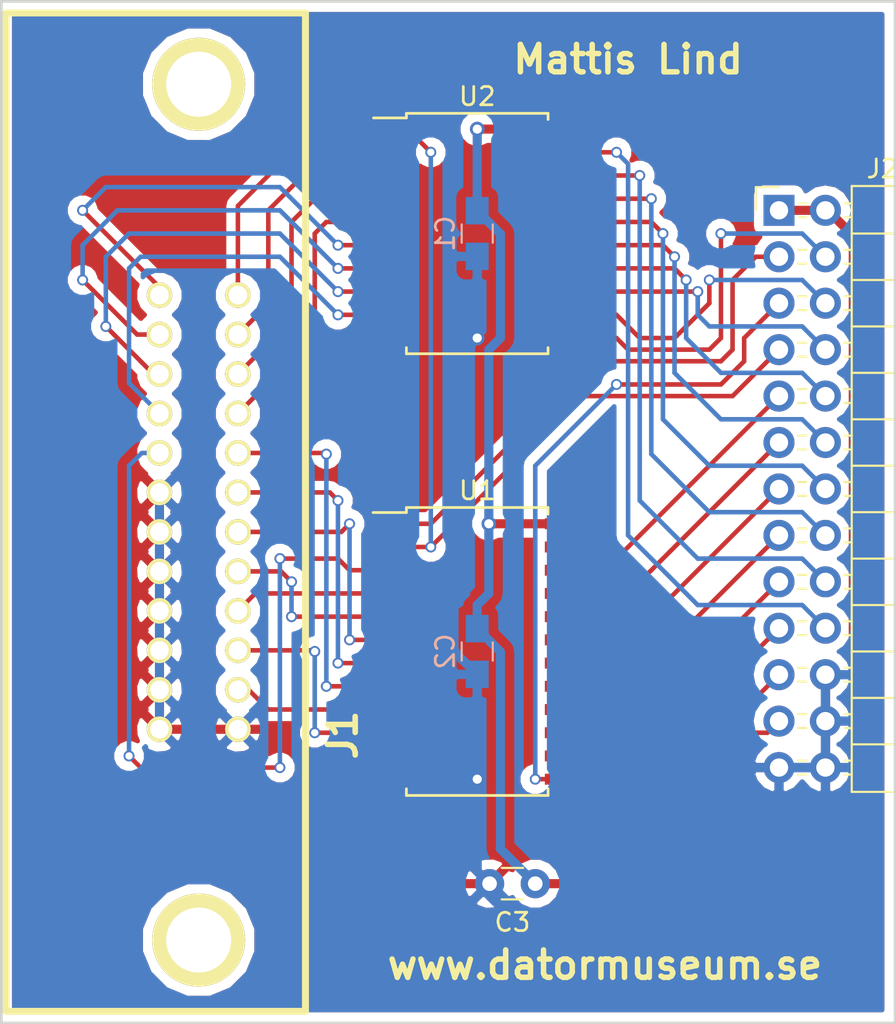
<source format=kicad_pcb>
(kicad_pcb (version 4) (host pcbnew 4.0.6)

  (general
    (links 59)
    (no_connects 0)
    (area 0 0 0 0)
    (thickness 1.6)
    (drawings 7)
    (tracks 258)
    (zones 0)
    (modules 7)
    (nets 39)
  )

  (page A4)
  (layers
    (0 F.Cu signal hide)
    (31 B.Cu signal hide)
    (32 B.Adhes user hide)
    (33 F.Adhes user hide)
    (34 B.Paste user hide)
    (35 F.Paste user hide)
    (36 B.SilkS user)
    (37 F.SilkS user hide)
    (38 B.Mask user hide)
    (39 F.Mask user hide)
    (40 Dwgs.User user hide)
    (41 Cmts.User user hide)
    (42 Eco1.User user hide)
    (43 Eco2.User user hide)
    (44 Edge.Cuts user)
    (45 Margin user)
    (46 B.CrtYd user)
    (47 F.CrtYd user)
    (48 B.Fab user)
    (49 F.Fab user)
  )

  (setup
    (last_trace_width 0.25)
    (trace_clearance 0.2)
    (zone_clearance 0.508)
    (zone_45_only no)
    (trace_min 0.2)
    (segment_width 0.2)
    (edge_width 0.15)
    (via_size 0.6)
    (via_drill 0.4)
    (via_min_size 0.4)
    (via_min_drill 0.3)
    (uvia_size 0.3)
    (uvia_drill 0.1)
    (uvias_allowed no)
    (uvia_min_size 0.2)
    (uvia_min_drill 0.1)
    (pcb_text_width 0.3)
    (pcb_text_size 1.5 1.5)
    (mod_edge_width 0.15)
    (mod_text_size 1 1)
    (mod_text_width 0.15)
    (pad_size 5.08 5.08)
    (pad_drill 3.556)
    (pad_to_mask_clearance 0.2)
    (aux_axis_origin 0 0)
    (visible_elements FFFFFF7F)
    (pcbplotparams
      (layerselection 0x00030_80000001)
      (usegerberextensions false)
      (excludeedgelayer true)
      (linewidth 0.100000)
      (plotframeref false)
      (viasonmask false)
      (mode 1)
      (useauxorigin false)
      (hpglpennumber 1)
      (hpglpenspeed 20)
      (hpglpendiameter 15)
      (hpglpenoverlay 2)
      (psnegative false)
      (psa4output false)
      (plotreference true)
      (plotvalue true)
      (plotinvisibletext false)
      (padsonsilk false)
      (subtractmaskfromsilk false)
      (outputformat 1)
      (mirror false)
      (drillshape 1)
      (scaleselection 1)
      (outputdirectory ""))
  )

  (net 0 "")
  (net 1 "Net-(C1-Pad1)")
  (net 2 "Net-(C1-Pad2)")
  (net 3 "Net-(J1-Pad6)")
  (net 4 "Net-(J1-Pad5)")
  (net 5 "Net-(J1-Pad8)")
  (net 6 "Net-(J1-Pad7)")
  (net 7 "Net-(J1-Pad17)")
  (net 8 "Net-(J1-Pad9)")
  (net 9 "Net-(J1-Pad10)")
  (net 10 "Net-(J1-Pad11)")
  (net 11 "Net-(J1-Pad4)")
  (net 12 "Net-(J1-Pad3)")
  (net 13 "Net-(J1-Pad2)")
  (net 14 "Net-(J1-Pad1)")
  (net 15 "Net-(J1-Pad16)")
  (net 16 "Net-(J1-Pad15)")
  (net 17 "Net-(J1-Pad14)")
  (net 18 "Net-(J1-Pad13)")
  (net 19 "Net-(J2-Pad3)")
  (net 20 "Net-(J2-Pad4)")
  (net 21 "Net-(J2-Pad5)")
  (net 22 "Net-(J2-Pad6)")
  (net 23 "Net-(J2-Pad7)")
  (net 24 "Net-(J2-Pad8)")
  (net 25 "Net-(J2-Pad9)")
  (net 26 "Net-(J2-Pad10)")
  (net 27 "Net-(J2-Pad11)")
  (net 28 "Net-(J2-Pad12)")
  (net 29 "Net-(J2-Pad13)")
  (net 30 "Net-(J2-Pad14)")
  (net 31 "Net-(J2-Pad15)")
  (net 32 "Net-(J2-Pad16)")
  (net 33 "Net-(J2-Pad17)")
  (net 34 "Net-(J2-Pad18)")
  (net 35 "Net-(J2-Pad19)")
  (net 36 "Net-(J2-Pad20)")
  (net 37 "Net-(J2-Pad21)")
  (net 38 "Net-(J2-Pad23)")

  (net_class Default "This is the default net class."
    (clearance 0.2)
    (trace_width 0.25)
    (via_dia 0.6)
    (via_drill 0.4)
    (uvia_dia 0.3)
    (uvia_drill 0.1)
    (add_net "Net-(J1-Pad1)")
    (add_net "Net-(J1-Pad10)")
    (add_net "Net-(J1-Pad11)")
    (add_net "Net-(J1-Pad13)")
    (add_net "Net-(J1-Pad14)")
    (add_net "Net-(J1-Pad15)")
    (add_net "Net-(J1-Pad16)")
    (add_net "Net-(J1-Pad17)")
    (add_net "Net-(J1-Pad2)")
    (add_net "Net-(J1-Pad3)")
    (add_net "Net-(J1-Pad4)")
    (add_net "Net-(J1-Pad5)")
    (add_net "Net-(J1-Pad6)")
    (add_net "Net-(J1-Pad7)")
    (add_net "Net-(J1-Pad8)")
    (add_net "Net-(J1-Pad9)")
    (add_net "Net-(J2-Pad10)")
    (add_net "Net-(J2-Pad11)")
    (add_net "Net-(J2-Pad12)")
    (add_net "Net-(J2-Pad13)")
    (add_net "Net-(J2-Pad14)")
    (add_net "Net-(J2-Pad15)")
    (add_net "Net-(J2-Pad16)")
    (add_net "Net-(J2-Pad17)")
    (add_net "Net-(J2-Pad18)")
    (add_net "Net-(J2-Pad19)")
    (add_net "Net-(J2-Pad20)")
    (add_net "Net-(J2-Pad21)")
    (add_net "Net-(J2-Pad23)")
    (add_net "Net-(J2-Pad3)")
    (add_net "Net-(J2-Pad4)")
    (add_net "Net-(J2-Pad5)")
    (add_net "Net-(J2-Pad6)")
    (add_net "Net-(J2-Pad7)")
    (add_net "Net-(J2-Pad8)")
    (add_net "Net-(J2-Pad9)")
  )

  (net_class Power ""
    (clearance 0.2)
    (trace_width 0.5)
    (via_dia 0.8)
    (via_drill 0.5)
    (uvia_dia 0.3)
    (uvia_drill 0.1)
    (add_net "Net-(C1-Pad1)")
    (add_net "Net-(C1-Pad2)")
  )

  (module Capacitors_SMD:C_0805_HandSoldering (layer B.Cu) (tedit 5AAB942A) (tstamp 5AAAD5BB)
    (at 138.43 92.71 270)
    (descr "Capacitor SMD 0805, hand soldering")
    (tags "capacitor 0805")
    (path /5AAADCB9)
    (attr smd)
    (fp_text reference C1 (at 0 1.75 270) (layer B.SilkS)
      (effects (font (size 1 1) (thickness 0.15)) (justify mirror))
    )
    (fp_text value "" (at 0 -1.75 270) (layer B.Fab)
      (effects (font (size 1 1) (thickness 0.15)) (justify mirror))
    )
    (fp_text user %R (at 0 1.75 270) (layer B.Fab)
      (effects (font (size 1 1) (thickness 0.15)) (justify mirror))
    )
    (fp_line (start -1 -0.62) (end -1 0.62) (layer B.Fab) (width 0.1))
    (fp_line (start 1 -0.62) (end -1 -0.62) (layer B.Fab) (width 0.1))
    (fp_line (start 1 0.62) (end 1 -0.62) (layer B.Fab) (width 0.1))
    (fp_line (start -1 0.62) (end 1 0.62) (layer B.Fab) (width 0.1))
    (fp_line (start 0.5 0.85) (end -0.5 0.85) (layer B.SilkS) (width 0.12))
    (fp_line (start -0.5 -0.85) (end 0.5 -0.85) (layer B.SilkS) (width 0.12))
    (fp_line (start -2.25 0.88) (end 2.25 0.88) (layer B.CrtYd) (width 0.05))
    (fp_line (start -2.25 0.88) (end -2.25 -0.87) (layer B.CrtYd) (width 0.05))
    (fp_line (start 2.25 -0.87) (end 2.25 0.88) (layer B.CrtYd) (width 0.05))
    (fp_line (start 2.25 -0.87) (end -2.25 -0.87) (layer B.CrtYd) (width 0.05))
    (pad 1 smd rect (at -1.25 0 270) (size 1.5 1.25) (layers B.Cu B.Paste B.Mask)
      (net 1 "Net-(C1-Pad1)"))
    (pad 2 smd rect (at 1.25 0 270) (size 1.5 1.25) (layers B.Cu B.Paste B.Mask)
      (net 2 "Net-(C1-Pad2)"))
    (model Capacitors_SMD.3dshapes/C_0805.wrl
      (at (xyz 0 0 0))
      (scale (xyz 1 1 1))
      (rotate (xyz 0 0 0))
    )
  )

  (module Capacitors_SMD:C_0805_HandSoldering (layer B.Cu) (tedit 5AAB9437) (tstamp 5AAAD5CC)
    (at 138.43 115.57 270)
    (descr "Capacitor SMD 0805, hand soldering")
    (tags "capacitor 0805")
    (path /5AAADD0B)
    (attr smd)
    (fp_text reference C2 (at 0 1.75 270) (layer B.SilkS)
      (effects (font (size 1 1) (thickness 0.15)) (justify mirror))
    )
    (fp_text value "" (at 0 -1.75 270) (layer B.Fab)
      (effects (font (size 1 1) (thickness 0.15)) (justify mirror))
    )
    (fp_text user %R (at 0 1.75 270) (layer B.Fab)
      (effects (font (size 1 1) (thickness 0.15)) (justify mirror))
    )
    (fp_line (start -1 -0.62) (end -1 0.62) (layer B.Fab) (width 0.1))
    (fp_line (start 1 -0.62) (end -1 -0.62) (layer B.Fab) (width 0.1))
    (fp_line (start 1 0.62) (end 1 -0.62) (layer B.Fab) (width 0.1))
    (fp_line (start -1 0.62) (end 1 0.62) (layer B.Fab) (width 0.1))
    (fp_line (start 0.5 0.85) (end -0.5 0.85) (layer B.SilkS) (width 0.12))
    (fp_line (start -0.5 -0.85) (end 0.5 -0.85) (layer B.SilkS) (width 0.12))
    (fp_line (start -2.25 0.88) (end 2.25 0.88) (layer B.CrtYd) (width 0.05))
    (fp_line (start -2.25 0.88) (end -2.25 -0.87) (layer B.CrtYd) (width 0.05))
    (fp_line (start 2.25 -0.87) (end 2.25 0.88) (layer B.CrtYd) (width 0.05))
    (fp_line (start 2.25 -0.87) (end -2.25 -0.87) (layer B.CrtYd) (width 0.05))
    (pad 1 smd rect (at -1.25 0 270) (size 1.5 1.25) (layers B.Cu B.Paste B.Mask)
      (net 1 "Net-(C1-Pad1)"))
    (pad 2 smd rect (at 1.25 0 270) (size 1.5 1.25) (layers B.Cu B.Paste B.Mask)
      (net 2 "Net-(C1-Pad2)"))
    (model Capacitors_SMD.3dshapes/C_0805.wrl
      (at (xyz 0 0 0))
      (scale (xyz 1 1 1))
      (rotate (xyz 0 0 0))
    )
  )

  (module Capacitors_THT:C_Disc_D3.0mm_W1.6mm_P2.50mm (layer F.Cu) (tedit 5AAB93FC) (tstamp 5AAAD5DD)
    (at 141.605 128.27 180)
    (descr "C, Disc series, Radial, pin pitch=2.50mm, , diameter*width=3.0*1.6mm^2, Capacitor, http://www.vishay.com/docs/45233/krseries.pdf")
    (tags "C Disc series Radial pin pitch 2.50mm  diameter 3.0mm width 1.6mm Capacitor")
    (path /5AAADD36)
    (fp_text reference C3 (at 1.25 -2.11 180) (layer F.SilkS)
      (effects (font (size 1 1) (thickness 0.15)))
    )
    (fp_text value "" (at 1.25 2.11 180) (layer F.Fab)
      (effects (font (size 1 1) (thickness 0.15)))
    )
    (fp_line (start -0.25 -0.8) (end -0.25 0.8) (layer F.Fab) (width 0.1))
    (fp_line (start -0.25 0.8) (end 2.75 0.8) (layer F.Fab) (width 0.1))
    (fp_line (start 2.75 0.8) (end 2.75 -0.8) (layer F.Fab) (width 0.1))
    (fp_line (start 2.75 -0.8) (end -0.25 -0.8) (layer F.Fab) (width 0.1))
    (fp_line (start 0.663 -0.861) (end 1.837 -0.861) (layer F.SilkS) (width 0.12))
    (fp_line (start 0.663 0.861) (end 1.837 0.861) (layer F.SilkS) (width 0.12))
    (fp_line (start -1.05 -1.15) (end -1.05 1.15) (layer F.CrtYd) (width 0.05))
    (fp_line (start -1.05 1.15) (end 3.55 1.15) (layer F.CrtYd) (width 0.05))
    (fp_line (start 3.55 1.15) (end 3.55 -1.15) (layer F.CrtYd) (width 0.05))
    (fp_line (start 3.55 -1.15) (end -1.05 -1.15) (layer F.CrtYd) (width 0.05))
    (fp_text user %R (at 1.25 0 180) (layer F.Fab)
      (effects (font (size 1 1) (thickness 0.15)))
    )
    (pad 1 thru_hole circle (at 0 0 180) (size 1.6 1.6) (drill 0.8) (layers *.Cu *.Mask)
      (net 1 "Net-(C1-Pad1)"))
    (pad 2 thru_hole circle (at 2.5 0 180) (size 1.6 1.6) (drill 0.8) (layers *.Cu *.Mask)
      (net 2 "Net-(C1-Pad2)"))
    (model ${KISYS3DMOD}/Capacitors_THT.3dshapes/C_Disc_D3.0mm_W1.6mm_P2.50mm.wrl
      (at (xyz 0 0 0))
      (scale (xyz 1 1 1))
      (rotate (xyz 0 0 0))
    )
  )

  (module GPIB-IF:GPIB_conn_male (layer F.Cu) (tedit 5AAB93DD) (tstamp 5AAAD5FF)
    (at 123.19 107.95 270)
    (descr "standard male GPIB connector")
    (tags "GPIB HPIB IEEE488")
    (path /5AAACAE4)
    (fp_text reference J1 (at 12.192 -7.874 270) (layer F.SilkS)
      (effects (font (thickness 0.3048)))
    )
    (fp_text value "" (at -15.748 -7.493 270) (layer F.SilkS)
      (effects (font (thickness 0.3048)))
    )
    (fp_line (start -27.305 10.541) (end -27.305 -5.842) (layer F.SilkS) (width 0.381))
    (fp_line (start -27.305 -5.842) (end 27.305 -5.842) (layer F.SilkS) (width 0.381))
    (fp_line (start 27.305 -5.842) (end 27.305 10.541) (layer F.SilkS) (width 0.381))
    (fp_line (start -27.305 10.541) (end 27.305 10.541) (layer F.SilkS) (width 0.381))
    (pad 6 thru_hole circle (at -1.0795 -2.1463 270) (size 1.4 1.4) (drill 1.016) (layers *.Cu *.Mask F.SilkS)
      (net 3 "Net-(J1-Pad6)"))
    (pad 5 thru_hole circle (at -3.2385 -2.1463 270) (size 1.4 1.4) (drill 1.016) (layers *.Cu *.Mask F.SilkS)
      (net 4 "Net-(J1-Pad5)"))
    (pad 8 thru_hole circle (at 3.2385 -2.1463 270) (size 1.4 1.4) (drill 1.016) (layers *.Cu *.Mask F.SilkS)
      (net 5 "Net-(J1-Pad8)"))
    (pad 7 thru_hole circle (at 1.0795 -2.1463 270) (size 1.4 1.4) (drill 1.016) (layers *.Cu *.Mask F.SilkS)
      (net 6 "Net-(J1-Pad7)"))
    (pad 18 thru_hole circle (at -1.0795 2.1463 270) (size 1.4 1.4) (drill 1.016) (layers *.Cu *.Mask F.SilkS)
      (net 2 "Net-(C1-Pad2)"))
    (pad 19 thru_hole circle (at 1.0795 2.1463 270) (size 1.4 1.4) (drill 1.016) (layers *.Cu *.Mask F.SilkS)
      (net 2 "Net-(C1-Pad2)"))
    (pad 20 thru_hole circle (at 3.2385 2.1463 270) (size 1.4 1.4) (drill 1.016) (layers *.Cu *.Mask F.SilkS)
      (net 2 "Net-(C1-Pad2)"))
    (pad 17 thru_hole circle (at -3.2385 2.1463 270) (size 1.4 1.4) (drill 1.016) (layers *.Cu *.Mask F.SilkS)
      (net 7 "Net-(J1-Pad17)"))
    (pad 9 thru_hole circle (at 5.3975 -2.1463 270) (size 1.4 1.4) (drill 1.016) (layers *.Cu *.Mask F.SilkS)
      (net 8 "Net-(J1-Pad9)"))
    (pad 10 thru_hole circle (at 7.5565 -2.1463 270) (size 1.4 1.4) (drill 1.016) (layers *.Cu *.Mask F.SilkS)
      (net 9 "Net-(J1-Pad10)"))
    (pad 11 thru_hole circle (at 9.7155 -2.1463 270) (size 1.4 1.4) (drill 1.016) (layers *.Cu *.Mask F.SilkS)
      (net 10 "Net-(J1-Pad11)"))
    (pad 12 thru_hole circle (at 11.8745 -2.1463 270) (size 1.4 1.4) (drill 1.016) (layers *.Cu *.Mask F.SilkS)
      (net 2 "Net-(C1-Pad2)"))
    (pad 21 thru_hole circle (at 5.3975 2.1463 270) (size 1.4 1.4) (drill 1.016) (layers *.Cu *.Mask F.SilkS)
      (net 2 "Net-(C1-Pad2)"))
    (pad 22 thru_hole circle (at 7.5565 2.1463 270) (size 1.4 1.4) (drill 1.016) (layers *.Cu *.Mask F.SilkS)
      (net 2 "Net-(C1-Pad2)"))
    (pad 23 thru_hole circle (at 9.7155 2.1463 270) (size 1.4 1.4) (drill 1.016) (layers *.Cu *.Mask F.SilkS)
      (net 2 "Net-(C1-Pad2)"))
    (pad 24 thru_hole circle (at 11.8745 2.1463 270) (size 1.4 1.4) (drill 1.016) (layers *.Cu *.Mask F.SilkS)
      (net 2 "Net-(C1-Pad2)"))
    (pad 4 thru_hole circle (at -5.3975 -2.1463 270) (size 1.4 1.4) (drill 1.016) (layers *.Cu *.Mask F.SilkS)
      (net 11 "Net-(J1-Pad4)"))
    (pad 3 thru_hole circle (at -7.5565 -2.1463 270) (size 1.4 1.4) (drill 1.016) (layers *.Cu *.Mask F.SilkS)
      (net 12 "Net-(J1-Pad3)"))
    (pad 2 thru_hole circle (at -9.7155 -2.1463 270) (size 1.4 1.4) (drill 1.016) (layers *.Cu *.Mask F.SilkS)
      (net 13 "Net-(J1-Pad2)"))
    (pad 1 thru_hole circle (at -11.8745 -2.1463 270) (size 1.4 1.4) (drill 1.016) (layers *.Cu *.Mask F.SilkS)
      (net 14 "Net-(J1-Pad1)"))
    (pad 16 thru_hole circle (at -5.3975 2.1463 270) (size 1.4 1.4) (drill 1.016) (layers *.Cu *.Mask F.SilkS)
      (net 15 "Net-(J1-Pad16)"))
    (pad 15 thru_hole circle (at -7.5565 2.1463 270) (size 1.4 1.4) (drill 1.016) (layers *.Cu *.Mask F.SilkS)
      (net 16 "Net-(J1-Pad15)"))
    (pad 14 thru_hole circle (at -9.7155 2.1463 270) (size 1.4 1.4) (drill 1.016) (layers *.Cu *.Mask F.SilkS)
      (net 17 "Net-(J1-Pad14)"))
    (pad 13 thru_hole circle (at -11.8745 2.1463 270) (size 1.4 1.4) (drill 1.016) (layers *.Cu *.Mask F.SilkS)
      (net 18 "Net-(J1-Pad13)"))
    (pad 25 thru_hole circle (at -23.4061 0 270) (size 5.08 5.08) (drill 3.556) (layers *.Cu *.Mask F.SilkS))
    (pad 26 thru_hole circle (at 23.4061 0 270) (size 5.08 5.08) (drill 3.556) (layers *.Cu *.Mask F.SilkS))
  )

  (module Pin_Headers:Pin_Header_Angled_2x13_Pitch2.54mm (layer F.Cu) (tedit 59650532) (tstamp 5AAAD6E8)
    (at 154.94 91.44)
    (descr "Through hole angled pin header, 2x13, 2.54mm pitch, 6mm pin length, double rows")
    (tags "Through hole angled pin header THT 2x13 2.54mm double row")
    (path /5AAACD9A)
    (fp_text reference J2 (at 5.655 -2.27) (layer F.SilkS)
      (effects (font (size 1 1) (thickness 0.15)))
    )
    (fp_text value CONN_02X13 (at 5.655 32.75) (layer F.Fab)
      (effects (font (size 1 1) (thickness 0.15)))
    )
    (fp_line (start 4.675 -1.27) (end 6.58 -1.27) (layer F.Fab) (width 0.1))
    (fp_line (start 6.58 -1.27) (end 6.58 31.75) (layer F.Fab) (width 0.1))
    (fp_line (start 6.58 31.75) (end 4.04 31.75) (layer F.Fab) (width 0.1))
    (fp_line (start 4.04 31.75) (end 4.04 -0.635) (layer F.Fab) (width 0.1))
    (fp_line (start 4.04 -0.635) (end 4.675 -1.27) (layer F.Fab) (width 0.1))
    (fp_line (start -0.32 -0.32) (end 4.04 -0.32) (layer F.Fab) (width 0.1))
    (fp_line (start -0.32 -0.32) (end -0.32 0.32) (layer F.Fab) (width 0.1))
    (fp_line (start -0.32 0.32) (end 4.04 0.32) (layer F.Fab) (width 0.1))
    (fp_line (start 6.58 -0.32) (end 12.58 -0.32) (layer F.Fab) (width 0.1))
    (fp_line (start 12.58 -0.32) (end 12.58 0.32) (layer F.Fab) (width 0.1))
    (fp_line (start 6.58 0.32) (end 12.58 0.32) (layer F.Fab) (width 0.1))
    (fp_line (start -0.32 2.22) (end 4.04 2.22) (layer F.Fab) (width 0.1))
    (fp_line (start -0.32 2.22) (end -0.32 2.86) (layer F.Fab) (width 0.1))
    (fp_line (start -0.32 2.86) (end 4.04 2.86) (layer F.Fab) (width 0.1))
    (fp_line (start 6.58 2.22) (end 12.58 2.22) (layer F.Fab) (width 0.1))
    (fp_line (start 12.58 2.22) (end 12.58 2.86) (layer F.Fab) (width 0.1))
    (fp_line (start 6.58 2.86) (end 12.58 2.86) (layer F.Fab) (width 0.1))
    (fp_line (start -0.32 4.76) (end 4.04 4.76) (layer F.Fab) (width 0.1))
    (fp_line (start -0.32 4.76) (end -0.32 5.4) (layer F.Fab) (width 0.1))
    (fp_line (start -0.32 5.4) (end 4.04 5.4) (layer F.Fab) (width 0.1))
    (fp_line (start 6.58 4.76) (end 12.58 4.76) (layer F.Fab) (width 0.1))
    (fp_line (start 12.58 4.76) (end 12.58 5.4) (layer F.Fab) (width 0.1))
    (fp_line (start 6.58 5.4) (end 12.58 5.4) (layer F.Fab) (width 0.1))
    (fp_line (start -0.32 7.3) (end 4.04 7.3) (layer F.Fab) (width 0.1))
    (fp_line (start -0.32 7.3) (end -0.32 7.94) (layer F.Fab) (width 0.1))
    (fp_line (start -0.32 7.94) (end 4.04 7.94) (layer F.Fab) (width 0.1))
    (fp_line (start 6.58 7.3) (end 12.58 7.3) (layer F.Fab) (width 0.1))
    (fp_line (start 12.58 7.3) (end 12.58 7.94) (layer F.Fab) (width 0.1))
    (fp_line (start 6.58 7.94) (end 12.58 7.94) (layer F.Fab) (width 0.1))
    (fp_line (start -0.32 9.84) (end 4.04 9.84) (layer F.Fab) (width 0.1))
    (fp_line (start -0.32 9.84) (end -0.32 10.48) (layer F.Fab) (width 0.1))
    (fp_line (start -0.32 10.48) (end 4.04 10.48) (layer F.Fab) (width 0.1))
    (fp_line (start 6.58 9.84) (end 12.58 9.84) (layer F.Fab) (width 0.1))
    (fp_line (start 12.58 9.84) (end 12.58 10.48) (layer F.Fab) (width 0.1))
    (fp_line (start 6.58 10.48) (end 12.58 10.48) (layer F.Fab) (width 0.1))
    (fp_line (start -0.32 12.38) (end 4.04 12.38) (layer F.Fab) (width 0.1))
    (fp_line (start -0.32 12.38) (end -0.32 13.02) (layer F.Fab) (width 0.1))
    (fp_line (start -0.32 13.02) (end 4.04 13.02) (layer F.Fab) (width 0.1))
    (fp_line (start 6.58 12.38) (end 12.58 12.38) (layer F.Fab) (width 0.1))
    (fp_line (start 12.58 12.38) (end 12.58 13.02) (layer F.Fab) (width 0.1))
    (fp_line (start 6.58 13.02) (end 12.58 13.02) (layer F.Fab) (width 0.1))
    (fp_line (start -0.32 14.92) (end 4.04 14.92) (layer F.Fab) (width 0.1))
    (fp_line (start -0.32 14.92) (end -0.32 15.56) (layer F.Fab) (width 0.1))
    (fp_line (start -0.32 15.56) (end 4.04 15.56) (layer F.Fab) (width 0.1))
    (fp_line (start 6.58 14.92) (end 12.58 14.92) (layer F.Fab) (width 0.1))
    (fp_line (start 12.58 14.92) (end 12.58 15.56) (layer F.Fab) (width 0.1))
    (fp_line (start 6.58 15.56) (end 12.58 15.56) (layer F.Fab) (width 0.1))
    (fp_line (start -0.32 17.46) (end 4.04 17.46) (layer F.Fab) (width 0.1))
    (fp_line (start -0.32 17.46) (end -0.32 18.1) (layer F.Fab) (width 0.1))
    (fp_line (start -0.32 18.1) (end 4.04 18.1) (layer F.Fab) (width 0.1))
    (fp_line (start 6.58 17.46) (end 12.58 17.46) (layer F.Fab) (width 0.1))
    (fp_line (start 12.58 17.46) (end 12.58 18.1) (layer F.Fab) (width 0.1))
    (fp_line (start 6.58 18.1) (end 12.58 18.1) (layer F.Fab) (width 0.1))
    (fp_line (start -0.32 20) (end 4.04 20) (layer F.Fab) (width 0.1))
    (fp_line (start -0.32 20) (end -0.32 20.64) (layer F.Fab) (width 0.1))
    (fp_line (start -0.32 20.64) (end 4.04 20.64) (layer F.Fab) (width 0.1))
    (fp_line (start 6.58 20) (end 12.58 20) (layer F.Fab) (width 0.1))
    (fp_line (start 12.58 20) (end 12.58 20.64) (layer F.Fab) (width 0.1))
    (fp_line (start 6.58 20.64) (end 12.58 20.64) (layer F.Fab) (width 0.1))
    (fp_line (start -0.32 22.54) (end 4.04 22.54) (layer F.Fab) (width 0.1))
    (fp_line (start -0.32 22.54) (end -0.32 23.18) (layer F.Fab) (width 0.1))
    (fp_line (start -0.32 23.18) (end 4.04 23.18) (layer F.Fab) (width 0.1))
    (fp_line (start 6.58 22.54) (end 12.58 22.54) (layer F.Fab) (width 0.1))
    (fp_line (start 12.58 22.54) (end 12.58 23.18) (layer F.Fab) (width 0.1))
    (fp_line (start 6.58 23.18) (end 12.58 23.18) (layer F.Fab) (width 0.1))
    (fp_line (start -0.32 25.08) (end 4.04 25.08) (layer F.Fab) (width 0.1))
    (fp_line (start -0.32 25.08) (end -0.32 25.72) (layer F.Fab) (width 0.1))
    (fp_line (start -0.32 25.72) (end 4.04 25.72) (layer F.Fab) (width 0.1))
    (fp_line (start 6.58 25.08) (end 12.58 25.08) (layer F.Fab) (width 0.1))
    (fp_line (start 12.58 25.08) (end 12.58 25.72) (layer F.Fab) (width 0.1))
    (fp_line (start 6.58 25.72) (end 12.58 25.72) (layer F.Fab) (width 0.1))
    (fp_line (start -0.32 27.62) (end 4.04 27.62) (layer F.Fab) (width 0.1))
    (fp_line (start -0.32 27.62) (end -0.32 28.26) (layer F.Fab) (width 0.1))
    (fp_line (start -0.32 28.26) (end 4.04 28.26) (layer F.Fab) (width 0.1))
    (fp_line (start 6.58 27.62) (end 12.58 27.62) (layer F.Fab) (width 0.1))
    (fp_line (start 12.58 27.62) (end 12.58 28.26) (layer F.Fab) (width 0.1))
    (fp_line (start 6.58 28.26) (end 12.58 28.26) (layer F.Fab) (width 0.1))
    (fp_line (start -0.32 30.16) (end 4.04 30.16) (layer F.Fab) (width 0.1))
    (fp_line (start -0.32 30.16) (end -0.32 30.8) (layer F.Fab) (width 0.1))
    (fp_line (start -0.32 30.8) (end 4.04 30.8) (layer F.Fab) (width 0.1))
    (fp_line (start 6.58 30.16) (end 12.58 30.16) (layer F.Fab) (width 0.1))
    (fp_line (start 12.58 30.16) (end 12.58 30.8) (layer F.Fab) (width 0.1))
    (fp_line (start 6.58 30.8) (end 12.58 30.8) (layer F.Fab) (width 0.1))
    (fp_line (start 3.98 -1.33) (end 3.98 31.81) (layer F.SilkS) (width 0.12))
    (fp_line (start 3.98 31.81) (end 6.64 31.81) (layer F.SilkS) (width 0.12))
    (fp_line (start 6.64 31.81) (end 6.64 -1.33) (layer F.SilkS) (width 0.12))
    (fp_line (start 6.64 -1.33) (end 3.98 -1.33) (layer F.SilkS) (width 0.12))
    (fp_line (start 6.64 -0.38) (end 12.64 -0.38) (layer F.SilkS) (width 0.12))
    (fp_line (start 12.64 -0.38) (end 12.64 0.38) (layer F.SilkS) (width 0.12))
    (fp_line (start 12.64 0.38) (end 6.64 0.38) (layer F.SilkS) (width 0.12))
    (fp_line (start 6.64 -0.32) (end 12.64 -0.32) (layer F.SilkS) (width 0.12))
    (fp_line (start 6.64 -0.2) (end 12.64 -0.2) (layer F.SilkS) (width 0.12))
    (fp_line (start 6.64 -0.08) (end 12.64 -0.08) (layer F.SilkS) (width 0.12))
    (fp_line (start 6.64 0.04) (end 12.64 0.04) (layer F.SilkS) (width 0.12))
    (fp_line (start 6.64 0.16) (end 12.64 0.16) (layer F.SilkS) (width 0.12))
    (fp_line (start 6.64 0.28) (end 12.64 0.28) (layer F.SilkS) (width 0.12))
    (fp_line (start 3.582929 -0.38) (end 3.98 -0.38) (layer F.SilkS) (width 0.12))
    (fp_line (start 3.582929 0.38) (end 3.98 0.38) (layer F.SilkS) (width 0.12))
    (fp_line (start 1.11 -0.38) (end 1.497071 -0.38) (layer F.SilkS) (width 0.12))
    (fp_line (start 1.11 0.38) (end 1.497071 0.38) (layer F.SilkS) (width 0.12))
    (fp_line (start 3.98 1.27) (end 6.64 1.27) (layer F.SilkS) (width 0.12))
    (fp_line (start 6.64 2.16) (end 12.64 2.16) (layer F.SilkS) (width 0.12))
    (fp_line (start 12.64 2.16) (end 12.64 2.92) (layer F.SilkS) (width 0.12))
    (fp_line (start 12.64 2.92) (end 6.64 2.92) (layer F.SilkS) (width 0.12))
    (fp_line (start 3.582929 2.16) (end 3.98 2.16) (layer F.SilkS) (width 0.12))
    (fp_line (start 3.582929 2.92) (end 3.98 2.92) (layer F.SilkS) (width 0.12))
    (fp_line (start 1.042929 2.16) (end 1.497071 2.16) (layer F.SilkS) (width 0.12))
    (fp_line (start 1.042929 2.92) (end 1.497071 2.92) (layer F.SilkS) (width 0.12))
    (fp_line (start 3.98 3.81) (end 6.64 3.81) (layer F.SilkS) (width 0.12))
    (fp_line (start 6.64 4.7) (end 12.64 4.7) (layer F.SilkS) (width 0.12))
    (fp_line (start 12.64 4.7) (end 12.64 5.46) (layer F.SilkS) (width 0.12))
    (fp_line (start 12.64 5.46) (end 6.64 5.46) (layer F.SilkS) (width 0.12))
    (fp_line (start 3.582929 4.7) (end 3.98 4.7) (layer F.SilkS) (width 0.12))
    (fp_line (start 3.582929 5.46) (end 3.98 5.46) (layer F.SilkS) (width 0.12))
    (fp_line (start 1.042929 4.7) (end 1.497071 4.7) (layer F.SilkS) (width 0.12))
    (fp_line (start 1.042929 5.46) (end 1.497071 5.46) (layer F.SilkS) (width 0.12))
    (fp_line (start 3.98 6.35) (end 6.64 6.35) (layer F.SilkS) (width 0.12))
    (fp_line (start 6.64 7.24) (end 12.64 7.24) (layer F.SilkS) (width 0.12))
    (fp_line (start 12.64 7.24) (end 12.64 8) (layer F.SilkS) (width 0.12))
    (fp_line (start 12.64 8) (end 6.64 8) (layer F.SilkS) (width 0.12))
    (fp_line (start 3.582929 7.24) (end 3.98 7.24) (layer F.SilkS) (width 0.12))
    (fp_line (start 3.582929 8) (end 3.98 8) (layer F.SilkS) (width 0.12))
    (fp_line (start 1.042929 7.24) (end 1.497071 7.24) (layer F.SilkS) (width 0.12))
    (fp_line (start 1.042929 8) (end 1.497071 8) (layer F.SilkS) (width 0.12))
    (fp_line (start 3.98 8.89) (end 6.64 8.89) (layer F.SilkS) (width 0.12))
    (fp_line (start 6.64 9.78) (end 12.64 9.78) (layer F.SilkS) (width 0.12))
    (fp_line (start 12.64 9.78) (end 12.64 10.54) (layer F.SilkS) (width 0.12))
    (fp_line (start 12.64 10.54) (end 6.64 10.54) (layer F.SilkS) (width 0.12))
    (fp_line (start 3.582929 9.78) (end 3.98 9.78) (layer F.SilkS) (width 0.12))
    (fp_line (start 3.582929 10.54) (end 3.98 10.54) (layer F.SilkS) (width 0.12))
    (fp_line (start 1.042929 9.78) (end 1.497071 9.78) (layer F.SilkS) (width 0.12))
    (fp_line (start 1.042929 10.54) (end 1.497071 10.54) (layer F.SilkS) (width 0.12))
    (fp_line (start 3.98 11.43) (end 6.64 11.43) (layer F.SilkS) (width 0.12))
    (fp_line (start 6.64 12.32) (end 12.64 12.32) (layer F.SilkS) (width 0.12))
    (fp_line (start 12.64 12.32) (end 12.64 13.08) (layer F.SilkS) (width 0.12))
    (fp_line (start 12.64 13.08) (end 6.64 13.08) (layer F.SilkS) (width 0.12))
    (fp_line (start 3.582929 12.32) (end 3.98 12.32) (layer F.SilkS) (width 0.12))
    (fp_line (start 3.582929 13.08) (end 3.98 13.08) (layer F.SilkS) (width 0.12))
    (fp_line (start 1.042929 12.32) (end 1.497071 12.32) (layer F.SilkS) (width 0.12))
    (fp_line (start 1.042929 13.08) (end 1.497071 13.08) (layer F.SilkS) (width 0.12))
    (fp_line (start 3.98 13.97) (end 6.64 13.97) (layer F.SilkS) (width 0.12))
    (fp_line (start 6.64 14.86) (end 12.64 14.86) (layer F.SilkS) (width 0.12))
    (fp_line (start 12.64 14.86) (end 12.64 15.62) (layer F.SilkS) (width 0.12))
    (fp_line (start 12.64 15.62) (end 6.64 15.62) (layer F.SilkS) (width 0.12))
    (fp_line (start 3.582929 14.86) (end 3.98 14.86) (layer F.SilkS) (width 0.12))
    (fp_line (start 3.582929 15.62) (end 3.98 15.62) (layer F.SilkS) (width 0.12))
    (fp_line (start 1.042929 14.86) (end 1.497071 14.86) (layer F.SilkS) (width 0.12))
    (fp_line (start 1.042929 15.62) (end 1.497071 15.62) (layer F.SilkS) (width 0.12))
    (fp_line (start 3.98 16.51) (end 6.64 16.51) (layer F.SilkS) (width 0.12))
    (fp_line (start 6.64 17.4) (end 12.64 17.4) (layer F.SilkS) (width 0.12))
    (fp_line (start 12.64 17.4) (end 12.64 18.16) (layer F.SilkS) (width 0.12))
    (fp_line (start 12.64 18.16) (end 6.64 18.16) (layer F.SilkS) (width 0.12))
    (fp_line (start 3.582929 17.4) (end 3.98 17.4) (layer F.SilkS) (width 0.12))
    (fp_line (start 3.582929 18.16) (end 3.98 18.16) (layer F.SilkS) (width 0.12))
    (fp_line (start 1.042929 17.4) (end 1.497071 17.4) (layer F.SilkS) (width 0.12))
    (fp_line (start 1.042929 18.16) (end 1.497071 18.16) (layer F.SilkS) (width 0.12))
    (fp_line (start 3.98 19.05) (end 6.64 19.05) (layer F.SilkS) (width 0.12))
    (fp_line (start 6.64 19.94) (end 12.64 19.94) (layer F.SilkS) (width 0.12))
    (fp_line (start 12.64 19.94) (end 12.64 20.7) (layer F.SilkS) (width 0.12))
    (fp_line (start 12.64 20.7) (end 6.64 20.7) (layer F.SilkS) (width 0.12))
    (fp_line (start 3.582929 19.94) (end 3.98 19.94) (layer F.SilkS) (width 0.12))
    (fp_line (start 3.582929 20.7) (end 3.98 20.7) (layer F.SilkS) (width 0.12))
    (fp_line (start 1.042929 19.94) (end 1.497071 19.94) (layer F.SilkS) (width 0.12))
    (fp_line (start 1.042929 20.7) (end 1.497071 20.7) (layer F.SilkS) (width 0.12))
    (fp_line (start 3.98 21.59) (end 6.64 21.59) (layer F.SilkS) (width 0.12))
    (fp_line (start 6.64 22.48) (end 12.64 22.48) (layer F.SilkS) (width 0.12))
    (fp_line (start 12.64 22.48) (end 12.64 23.24) (layer F.SilkS) (width 0.12))
    (fp_line (start 12.64 23.24) (end 6.64 23.24) (layer F.SilkS) (width 0.12))
    (fp_line (start 3.582929 22.48) (end 3.98 22.48) (layer F.SilkS) (width 0.12))
    (fp_line (start 3.582929 23.24) (end 3.98 23.24) (layer F.SilkS) (width 0.12))
    (fp_line (start 1.042929 22.48) (end 1.497071 22.48) (layer F.SilkS) (width 0.12))
    (fp_line (start 1.042929 23.24) (end 1.497071 23.24) (layer F.SilkS) (width 0.12))
    (fp_line (start 3.98 24.13) (end 6.64 24.13) (layer F.SilkS) (width 0.12))
    (fp_line (start 6.64 25.02) (end 12.64 25.02) (layer F.SilkS) (width 0.12))
    (fp_line (start 12.64 25.02) (end 12.64 25.78) (layer F.SilkS) (width 0.12))
    (fp_line (start 12.64 25.78) (end 6.64 25.78) (layer F.SilkS) (width 0.12))
    (fp_line (start 3.582929 25.02) (end 3.98 25.02) (layer F.SilkS) (width 0.12))
    (fp_line (start 3.582929 25.78) (end 3.98 25.78) (layer F.SilkS) (width 0.12))
    (fp_line (start 1.042929 25.02) (end 1.497071 25.02) (layer F.SilkS) (width 0.12))
    (fp_line (start 1.042929 25.78) (end 1.497071 25.78) (layer F.SilkS) (width 0.12))
    (fp_line (start 3.98 26.67) (end 6.64 26.67) (layer F.SilkS) (width 0.12))
    (fp_line (start 6.64 27.56) (end 12.64 27.56) (layer F.SilkS) (width 0.12))
    (fp_line (start 12.64 27.56) (end 12.64 28.32) (layer F.SilkS) (width 0.12))
    (fp_line (start 12.64 28.32) (end 6.64 28.32) (layer F.SilkS) (width 0.12))
    (fp_line (start 3.582929 27.56) (end 3.98 27.56) (layer F.SilkS) (width 0.12))
    (fp_line (start 3.582929 28.32) (end 3.98 28.32) (layer F.SilkS) (width 0.12))
    (fp_line (start 1.042929 27.56) (end 1.497071 27.56) (layer F.SilkS) (width 0.12))
    (fp_line (start 1.042929 28.32) (end 1.497071 28.32) (layer F.SilkS) (width 0.12))
    (fp_line (start 3.98 29.21) (end 6.64 29.21) (layer F.SilkS) (width 0.12))
    (fp_line (start 6.64 30.1) (end 12.64 30.1) (layer F.SilkS) (width 0.12))
    (fp_line (start 12.64 30.1) (end 12.64 30.86) (layer F.SilkS) (width 0.12))
    (fp_line (start 12.64 30.86) (end 6.64 30.86) (layer F.SilkS) (width 0.12))
    (fp_line (start 3.582929 30.1) (end 3.98 30.1) (layer F.SilkS) (width 0.12))
    (fp_line (start 3.582929 30.86) (end 3.98 30.86) (layer F.SilkS) (width 0.12))
    (fp_line (start 1.042929 30.1) (end 1.497071 30.1) (layer F.SilkS) (width 0.12))
    (fp_line (start 1.042929 30.86) (end 1.497071 30.86) (layer F.SilkS) (width 0.12))
    (fp_line (start -1.27 0) (end -1.27 -1.27) (layer F.SilkS) (width 0.12))
    (fp_line (start -1.27 -1.27) (end 0 -1.27) (layer F.SilkS) (width 0.12))
    (fp_line (start -1.8 -1.8) (end -1.8 32.25) (layer F.CrtYd) (width 0.05))
    (fp_line (start -1.8 32.25) (end 13.1 32.25) (layer F.CrtYd) (width 0.05))
    (fp_line (start 13.1 32.25) (end 13.1 -1.8) (layer F.CrtYd) (width 0.05))
    (fp_line (start 13.1 -1.8) (end -1.8 -1.8) (layer F.CrtYd) (width 0.05))
    (fp_text user %R (at 5.31 15.24 90) (layer F.Fab)
      (effects (font (size 1 1) (thickness 0.15)))
    )
    (pad 1 thru_hole rect (at 0 0) (size 1.7 1.7) (drill 1) (layers *.Cu *.Mask)
      (net 1 "Net-(C1-Pad1)"))
    (pad 2 thru_hole oval (at 2.54 0) (size 1.7 1.7) (drill 1) (layers *.Cu *.Mask)
      (net 1 "Net-(C1-Pad1)"))
    (pad 3 thru_hole oval (at 0 2.54) (size 1.7 1.7) (drill 1) (layers *.Cu *.Mask)
      (net 19 "Net-(J2-Pad3)"))
    (pad 4 thru_hole oval (at 2.54 2.54) (size 1.7 1.7) (drill 1) (layers *.Cu *.Mask)
      (net 20 "Net-(J2-Pad4)"))
    (pad 5 thru_hole oval (at 0 5.08) (size 1.7 1.7) (drill 1) (layers *.Cu *.Mask)
      (net 21 "Net-(J2-Pad5)"))
    (pad 6 thru_hole oval (at 2.54 5.08) (size 1.7 1.7) (drill 1) (layers *.Cu *.Mask)
      (net 22 "Net-(J2-Pad6)"))
    (pad 7 thru_hole oval (at 0 7.62) (size 1.7 1.7) (drill 1) (layers *.Cu *.Mask)
      (net 23 "Net-(J2-Pad7)"))
    (pad 8 thru_hole oval (at 2.54 7.62) (size 1.7 1.7) (drill 1) (layers *.Cu *.Mask)
      (net 24 "Net-(J2-Pad8)"))
    (pad 9 thru_hole oval (at 0 10.16) (size 1.7 1.7) (drill 1) (layers *.Cu *.Mask)
      (net 25 "Net-(J2-Pad9)"))
    (pad 10 thru_hole oval (at 2.54 10.16) (size 1.7 1.7) (drill 1) (layers *.Cu *.Mask)
      (net 26 "Net-(J2-Pad10)"))
    (pad 11 thru_hole oval (at 0 12.7) (size 1.7 1.7) (drill 1) (layers *.Cu *.Mask)
      (net 27 "Net-(J2-Pad11)"))
    (pad 12 thru_hole oval (at 2.54 12.7) (size 1.7 1.7) (drill 1) (layers *.Cu *.Mask)
      (net 28 "Net-(J2-Pad12)"))
    (pad 13 thru_hole oval (at 0 15.24) (size 1.7 1.7) (drill 1) (layers *.Cu *.Mask)
      (net 29 "Net-(J2-Pad13)"))
    (pad 14 thru_hole oval (at 2.54 15.24) (size 1.7 1.7) (drill 1) (layers *.Cu *.Mask)
      (net 30 "Net-(J2-Pad14)"))
    (pad 15 thru_hole oval (at 0 17.78) (size 1.7 1.7) (drill 1) (layers *.Cu *.Mask)
      (net 31 "Net-(J2-Pad15)"))
    (pad 16 thru_hole oval (at 2.54 17.78) (size 1.7 1.7) (drill 1) (layers *.Cu *.Mask)
      (net 32 "Net-(J2-Pad16)"))
    (pad 17 thru_hole oval (at 0 20.32) (size 1.7 1.7) (drill 1) (layers *.Cu *.Mask)
      (net 33 "Net-(J2-Pad17)"))
    (pad 18 thru_hole oval (at 2.54 20.32) (size 1.7 1.7) (drill 1) (layers *.Cu *.Mask)
      (net 34 "Net-(J2-Pad18)"))
    (pad 19 thru_hole oval (at 0 22.86) (size 1.7 1.7) (drill 1) (layers *.Cu *.Mask)
      (net 35 "Net-(J2-Pad19)"))
    (pad 20 thru_hole oval (at 2.54 22.86) (size 1.7 1.7) (drill 1) (layers *.Cu *.Mask)
      (net 36 "Net-(J2-Pad20)"))
    (pad 21 thru_hole oval (at 0 25.4) (size 1.7 1.7) (drill 1) (layers *.Cu *.Mask)
      (net 37 "Net-(J2-Pad21)"))
    (pad 22 thru_hole oval (at 2.54 25.4) (size 1.7 1.7) (drill 1) (layers *.Cu *.Mask)
      (net 2 "Net-(C1-Pad2)"))
    (pad 23 thru_hole oval (at 0 27.94) (size 1.7 1.7) (drill 1) (layers *.Cu *.Mask)
      (net 38 "Net-(J2-Pad23)"))
    (pad 24 thru_hole oval (at 2.54 27.94) (size 1.7 1.7) (drill 1) (layers *.Cu *.Mask)
      (net 2 "Net-(C1-Pad2)"))
    (pad 25 thru_hole oval (at 0 30.48) (size 1.7 1.7) (drill 1) (layers *.Cu *.Mask)
      (net 2 "Net-(C1-Pad2)"))
    (pad 26 thru_hole oval (at 2.54 30.48) (size 1.7 1.7) (drill 1) (layers *.Cu *.Mask)
      (net 2 "Net-(C1-Pad2)"))
    (model ${KISYS3DMOD}/Pin_Headers.3dshapes/Pin_Header_Angled_2x13_Pitch2.54mm.wrl
      (at (xyz 0 0 0))
      (scale (xyz 1 1 1))
      (rotate (xyz 0 0 0))
    )
  )

  (module Housings_SOIC:SOIC-24W_7.5x15.4mm_Pitch1.27mm (layer F.Cu) (tedit 58CC8F64) (tstamp 5AAAD715)
    (at 138.43 115.57)
    (descr "24-Lead Plastic Small Outline (SO) - Wide, 7.50 mm Body [SOIC] (see Microchip Packaging Specification 00000049BS.pdf)")
    (tags "SOIC 1.27")
    (path /5AAAC3C8)
    (attr smd)
    (fp_text reference U1 (at 0 -8.8) (layer F.SilkS)
      (effects (font (size 1 1) (thickness 0.15)))
    )
    (fp_text value SN75162B (at 0 8.8) (layer F.Fab)
      (effects (font (size 1 1) (thickness 0.15)))
    )
    (fp_text user %R (at 0 0) (layer F.Fab)
      (effects (font (size 1 1) (thickness 0.15)))
    )
    (fp_line (start -2.75 -7.7) (end 3.75 -7.7) (layer F.Fab) (width 0.15))
    (fp_line (start 3.75 -7.7) (end 3.75 7.7) (layer F.Fab) (width 0.15))
    (fp_line (start 3.75 7.7) (end -3.75 7.7) (layer F.Fab) (width 0.15))
    (fp_line (start -3.75 7.7) (end -3.75 -6.7) (layer F.Fab) (width 0.15))
    (fp_line (start -3.75 -6.7) (end -2.75 -7.7) (layer F.Fab) (width 0.15))
    (fp_line (start -5.95 -8.05) (end -5.95 8.05) (layer F.CrtYd) (width 0.05))
    (fp_line (start 5.95 -8.05) (end 5.95 8.05) (layer F.CrtYd) (width 0.05))
    (fp_line (start -5.95 -8.05) (end 5.95 -8.05) (layer F.CrtYd) (width 0.05))
    (fp_line (start -5.95 8.05) (end 5.95 8.05) (layer F.CrtYd) (width 0.05))
    (fp_line (start -3.875 -7.875) (end -3.875 -7.6) (layer F.SilkS) (width 0.15))
    (fp_line (start 3.875 -7.875) (end 3.875 -7.51) (layer F.SilkS) (width 0.15))
    (fp_line (start 3.875 7.875) (end 3.875 7.51) (layer F.SilkS) (width 0.15))
    (fp_line (start -3.875 7.875) (end -3.875 7.51) (layer F.SilkS) (width 0.15))
    (fp_line (start -3.875 -7.875) (end 3.875 -7.875) (layer F.SilkS) (width 0.15))
    (fp_line (start -3.875 7.875) (end 3.875 7.875) (layer F.SilkS) (width 0.15))
    (fp_line (start -3.875 -7.6) (end -5.7 -7.6) (layer F.SilkS) (width 0.15))
    (pad 1 smd rect (at -4.7 -6.985) (size 2 0.6) (layers F.Cu F.Paste F.Mask)
      (net 19 "Net-(J2-Pad3)"))
    (pad 2 smd rect (at -4.7 -5.715) (size 2 0.6) (layers F.Cu F.Paste F.Mask)
      (net 23 "Net-(J2-Pad7)"))
    (pad 3 smd rect (at -4.7 -4.445) (size 2 0.6) (layers F.Cu F.Paste F.Mask)
      (net 7 "Net-(J1-Pad17)"))
    (pad 4 smd rect (at -4.7 -3.175) (size 2 0.6) (layers F.Cu F.Paste F.Mask)
      (net 8 "Net-(J1-Pad9)"))
    (pad 5 smd rect (at -4.7 -1.905) (size 2 0.6) (layers F.Cu F.Paste F.Mask)
      (net 5 "Net-(J1-Pad8)"))
    (pad 6 smd rect (at -4.7 -0.635) (size 2 0.6) (layers F.Cu F.Paste F.Mask)
      (net 6 "Net-(J1-Pad7)"))
    (pad 7 smd rect (at -4.7 0.635) (size 2 0.6) (layers F.Cu F.Paste F.Mask)
      (net 3 "Net-(J1-Pad6)"))
    (pad 8 smd rect (at -4.7 1.905) (size 2 0.6) (layers F.Cu F.Paste F.Mask)
      (net 4 "Net-(J1-Pad5)"))
    (pad 9 smd rect (at -4.7 3.175) (size 2 0.6) (layers F.Cu F.Paste F.Mask)
      (net 10 "Net-(J1-Pad11)"))
    (pad 10 smd rect (at -4.7 4.445) (size 2 0.6) (layers F.Cu F.Paste F.Mask)
      (net 9 "Net-(J1-Pad10)"))
    (pad 11 smd rect (at -4.7 5.715) (size 2 0.6) (layers F.Cu F.Paste F.Mask))
    (pad 12 smd rect (at -4.7 6.985) (size 2 0.6) (layers F.Cu F.Paste F.Mask)
      (net 2 "Net-(C1-Pad2)"))
    (pad 13 smd rect (at 4.7 6.985) (size 2 0.6) (layers F.Cu F.Paste F.Mask)
      (net 21 "Net-(J2-Pad5)"))
    (pad 14 smd rect (at 4.7 5.715) (size 2 0.6) (layers F.Cu F.Paste F.Mask))
    (pad 15 smd rect (at 4.7 4.445) (size 2 0.6) (layers F.Cu F.Paste F.Mask)
      (net 38 "Net-(J2-Pad23)"))
    (pad 16 smd rect (at 4.7 3.175) (size 2 0.6) (layers F.Cu F.Paste F.Mask)
      (net 37 "Net-(J2-Pad21)"))
    (pad 17 smd rect (at 4.7 1.905) (size 2 0.6) (layers F.Cu F.Paste F.Mask)
      (net 35 "Net-(J2-Pad19)"))
    (pad 18 smd rect (at 4.7 0.635) (size 2 0.6) (layers F.Cu F.Paste F.Mask)
      (net 33 "Net-(J2-Pad17)"))
    (pad 19 smd rect (at 4.7 -0.635) (size 2 0.6) (layers F.Cu F.Paste F.Mask)
      (net 31 "Net-(J2-Pad15)"))
    (pad 20 smd rect (at 4.7 -1.905) (size 2 0.6) (layers F.Cu F.Paste F.Mask)
      (net 29 "Net-(J2-Pad13)"))
    (pad 21 smd rect (at 4.7 -3.175) (size 2 0.6) (layers F.Cu F.Paste F.Mask)
      (net 27 "Net-(J2-Pad11)"))
    (pad 22 smd rect (at 4.7 -4.445) (size 2 0.6) (layers F.Cu F.Paste F.Mask)
      (net 25 "Net-(J2-Pad9)"))
    (pad 23 smd rect (at 4.7 -5.715) (size 2 0.6) (layers F.Cu F.Paste F.Mask))
    (pad 24 smd rect (at 4.7 -6.985) (size 2 0.6) (layers F.Cu F.Paste F.Mask)
      (net 1 "Net-(C1-Pad1)"))
    (model ${KISYS3DMOD}/Housings_SOIC.3dshapes/SOIC-24W_7.5x15.4mm_Pitch1.27mm.wrl
      (at (xyz 0 0 0))
      (scale (xyz 1 1 1))
      (rotate (xyz 0 0 0))
    )
  )

  (module Housings_SOIC:SOIC-20W_7.5x12.8mm_Pitch1.27mm (layer F.Cu) (tedit 58CC8F64) (tstamp 5AAAD73E)
    (at 138.43 92.71)
    (descr "20-Lead Plastic Small Outline (SO) - Wide, 7.50 mm Body [SOIC] (see Microchip Packaging Specification 00000049BS.pdf)")
    (tags "SOIC 1.27")
    (path /5AAAC415)
    (attr smd)
    (fp_text reference U2 (at 0 -7.5) (layer F.SilkS)
      (effects (font (size 1 1) (thickness 0.15)))
    )
    (fp_text value SN75160B (at 0 7.5) (layer F.Fab)
      (effects (font (size 1 1) (thickness 0.15)))
    )
    (fp_text user %R (at 0 0) (layer F.Fab)
      (effects (font (size 1 1) (thickness 0.15)))
    )
    (fp_line (start -2.75 -6.4) (end 3.75 -6.4) (layer F.Fab) (width 0.15))
    (fp_line (start 3.75 -6.4) (end 3.75 6.4) (layer F.Fab) (width 0.15))
    (fp_line (start 3.75 6.4) (end -3.75 6.4) (layer F.Fab) (width 0.15))
    (fp_line (start -3.75 6.4) (end -3.75 -5.4) (layer F.Fab) (width 0.15))
    (fp_line (start -3.75 -5.4) (end -2.75 -6.4) (layer F.Fab) (width 0.15))
    (fp_line (start -5.95 -6.75) (end -5.95 6.75) (layer F.CrtYd) (width 0.05))
    (fp_line (start 5.95 -6.75) (end 5.95 6.75) (layer F.CrtYd) (width 0.05))
    (fp_line (start -5.95 -6.75) (end 5.95 -6.75) (layer F.CrtYd) (width 0.05))
    (fp_line (start -5.95 6.75) (end 5.95 6.75) (layer F.CrtYd) (width 0.05))
    (fp_line (start -3.875 -6.575) (end -3.875 -6.325) (layer F.SilkS) (width 0.15))
    (fp_line (start 3.875 -6.575) (end 3.875 -6.24) (layer F.SilkS) (width 0.15))
    (fp_line (start 3.875 6.575) (end 3.875 6.24) (layer F.SilkS) (width 0.15))
    (fp_line (start -3.875 6.575) (end -3.875 6.24) (layer F.SilkS) (width 0.15))
    (fp_line (start -3.875 -6.575) (end 3.875 -6.575) (layer F.SilkS) (width 0.15))
    (fp_line (start -3.875 6.575) (end 3.875 6.575) (layer F.SilkS) (width 0.15))
    (fp_line (start -3.875 -6.325) (end -5.675 -6.325) (layer F.SilkS) (width 0.15))
    (pad 1 smd rect (at -4.7 -5.715) (size 1.95 0.6) (layers F.Cu F.Paste F.Mask)
      (net 23 "Net-(J2-Pad7)"))
    (pad 2 smd rect (at -4.7 -4.445) (size 1.95 0.6) (layers F.Cu F.Paste F.Mask)
      (net 14 "Net-(J1-Pad1)"))
    (pad 3 smd rect (at -4.7 -3.175) (size 1.95 0.6) (layers F.Cu F.Paste F.Mask)
      (net 13 "Net-(J1-Pad2)"))
    (pad 4 smd rect (at -4.7 -1.905) (size 1.95 0.6) (layers F.Cu F.Paste F.Mask)
      (net 12 "Net-(J1-Pad3)"))
    (pad 5 smd rect (at -4.7 -0.635) (size 1.95 0.6) (layers F.Cu F.Paste F.Mask)
      (net 11 "Net-(J1-Pad4)"))
    (pad 6 smd rect (at -4.7 0.635) (size 1.95 0.6) (layers F.Cu F.Paste F.Mask)
      (net 18 "Net-(J1-Pad13)"))
    (pad 7 smd rect (at -4.7 1.905) (size 1.95 0.6) (layers F.Cu F.Paste F.Mask)
      (net 17 "Net-(J1-Pad14)"))
    (pad 8 smd rect (at -4.7 3.175) (size 1.95 0.6) (layers F.Cu F.Paste F.Mask)
      (net 16 "Net-(J1-Pad15)"))
    (pad 9 smd rect (at -4.7 4.445) (size 1.95 0.6) (layers F.Cu F.Paste F.Mask)
      (net 15 "Net-(J1-Pad16)"))
    (pad 10 smd rect (at -4.7 5.715) (size 1.95 0.6) (layers F.Cu F.Paste F.Mask)
      (net 2 "Net-(C1-Pad2)"))
    (pad 11 smd rect (at 4.7 5.715) (size 1.95 0.6) (layers F.Cu F.Paste F.Mask)
      (net 20 "Net-(J2-Pad4)"))
    (pad 12 smd rect (at 4.7 4.445) (size 1.95 0.6) (layers F.Cu F.Paste F.Mask)
      (net 22 "Net-(J2-Pad6)"))
    (pad 13 smd rect (at 4.7 3.175) (size 1.95 0.6) (layers F.Cu F.Paste F.Mask)
      (net 24 "Net-(J2-Pad8)"))
    (pad 14 smd rect (at 4.7 1.905) (size 1.95 0.6) (layers F.Cu F.Paste F.Mask)
      (net 26 "Net-(J2-Pad10)"))
    (pad 15 smd rect (at 4.7 0.635) (size 1.95 0.6) (layers F.Cu F.Paste F.Mask)
      (net 28 "Net-(J2-Pad12)"))
    (pad 16 smd rect (at 4.7 -0.635) (size 1.95 0.6) (layers F.Cu F.Paste F.Mask)
      (net 30 "Net-(J2-Pad14)"))
    (pad 17 smd rect (at 4.7 -1.905) (size 1.95 0.6) (layers F.Cu F.Paste F.Mask)
      (net 32 "Net-(J2-Pad16)"))
    (pad 18 smd rect (at 4.7 -3.175) (size 1.95 0.6) (layers F.Cu F.Paste F.Mask)
      (net 34 "Net-(J2-Pad18)"))
    (pad 19 smd rect (at 4.7 -4.445) (size 1.95 0.6) (layers F.Cu F.Paste F.Mask)
      (net 36 "Net-(J2-Pad20)"))
    (pad 20 smd rect (at 4.7 -5.715) (size 1.95 0.6) (layers F.Cu F.Paste F.Mask)
      (net 1 "Net-(C1-Pad1)"))
    (model ${KISYS3DMOD}/Housings_SOIC.3dshapes/SOIC-20W_7.5x12.8mm_Pitch1.27mm.wrl
      (at (xyz 0 0 0))
      (scale (xyz 1 1 1))
      (rotate (xyz 0 0 0))
    )
  )

  (gr_text "Mattis Lind" (at 146.685 83.185) (layer F.SilkS)
    (effects (font (size 1.5 1.5) (thickness 0.3)))
  )
  (gr_text www.datormuseum.se (at 145.415 132.715) (layer F.SilkS)
    (effects (font (size 1.5 1.5) (thickness 0.3)))
  )
  (gr_line (start 112.395 80.01) (end 112.395 135.89) (angle 90) (layer Edge.Cuts) (width 0.15))
  (gr_line (start 161.29 80.01) (end 112.395 80.01) (angle 90) (layer Edge.Cuts) (width 0.15))
  (gr_line (start 161.29 85.725) (end 161.29 80.01) (angle 90) (layer Edge.Cuts) (width 0.15))
  (gr_line (start 161.29 135.89) (end 161.29 85.725) (angle 90) (layer Edge.Cuts) (width 0.15))
  (gr_line (start 112.395 135.89) (end 161.29 135.89) (angle 90) (layer Edge.Cuts) (width 0.15))

  (segment (start 154.94 91.44) (end 157.607 91.44) (width 0.5) (layer F.Cu) (net 1))
  (segment (start 157.607 91.44) (end 159.004 92.837) (width 0.5) (layer F.Cu) (net 1) (tstamp 5AAB893A))
  (segment (start 159.004 92.837) (end 159.004 125.222) (width 0.5) (layer F.Cu) (net 1) (tstamp 5AAB8940))
  (segment (start 159.004 125.222) (end 155.956 128.27) (width 0.5) (layer F.Cu) (net 1) (tstamp 5AAB8948))
  (segment (start 155.956 128.27) (end 141.605 128.27) (width 0.5) (layer F.Cu) (net 1) (tstamp 5AAB894D))
  (segment (start 141.605 128.27) (end 139.7 126.365) (width 0.5) (layer B.Cu) (net 1))
  (segment (start 139.7 115.59) (end 138.43 114.32) (width 0.5) (layer B.Cu) (net 1) (tstamp 5AAB80D2))
  (segment (start 139.7 126.365) (end 139.7 115.59) (width 0.5) (layer B.Cu) (net 1) (tstamp 5AAB80CD))
  (segment (start 139.065 108.585) (end 139.065 99.06) (width 0.5) (layer B.Cu) (net 1))
  (segment (start 139.7 92.73) (end 138.43 91.46) (width 0.5) (layer B.Cu) (net 1) (tstamp 5AAB803B))
  (segment (start 139.7 98.425) (end 139.7 92.73) (width 0.5) (layer B.Cu) (net 1) (tstamp 5AAB8039))
  (segment (start 139.065 99.06) (end 139.7 98.425) (width 0.5) (layer B.Cu) (net 1) (tstamp 5AAB8037))
  (segment (start 143.13 108.585) (end 139.065 108.585) (width 0.5) (layer F.Cu) (net 1))
  (segment (start 138.43 113.03) (end 138.43 114.32) (width 0.5) (layer B.Cu) (net 1) (tstamp 5AAB8013))
  (segment (start 139.065 112.395) (end 138.43 113.03) (width 0.5) (layer B.Cu) (net 1) (tstamp 5AAB8010))
  (segment (start 139.065 108.585) (end 139.065 112.395) (width 0.5) (layer B.Cu) (net 1) (tstamp 5AAB800F))
  (via (at 139.065 108.585) (size 0.8) (drill 0.5) (layers F.Cu B.Cu) (net 1))
  (segment (start 143.13 86.995) (end 138.43 86.995) (width 0.5) (layer F.Cu) (net 1))
  (via (at 138.43 86.995) (size 0.8) (drill 0.5) (layers F.Cu B.Cu) (net 1))
  (segment (start 138.43 86.995) (end 138.43 91.46) (width 0.5) (layer B.Cu) (net 1) (tstamp 5AAB7F67))
  (segment (start 121.0437 119.8245) (end 121.0437 117.6655) (width 0.5) (layer B.Cu) (net 2))
  (segment (start 121.0437 117.6655) (end 121.0437 115.5065) (width 0.5) (layer B.Cu) (net 2) (tstamp 5AAB890A))
  (segment (start 121.0437 115.5065) (end 121.0437 113.3475) (width 0.5) (layer B.Cu) (net 2) (tstamp 5AAB890B))
  (segment (start 121.0437 113.3475) (end 121.0437 111.1885) (width 0.5) (layer B.Cu) (net 2) (tstamp 5AAB890C))
  (segment (start 121.0437 111.1885) (end 121.0437 109.0295) (width 0.5) (layer B.Cu) (net 2) (tstamp 5AAB890D))
  (segment (start 121.0437 109.0295) (end 121.0437 106.8705) (width 0.5) (layer B.Cu) (net 2) (tstamp 5AAB890E))
  (segment (start 125.3363 119.8245) (end 127.4445 119.8245) (width 0.5) (layer F.Cu) (net 2))
  (segment (start 135.89 128.27) (end 139.105 128.27) (width 0.5) (layer F.Cu) (net 2) (tstamp 5AAB8901))
  (segment (start 127.4445 119.8245) (end 135.89 128.27) (width 0.5) (layer F.Cu) (net 2) (tstamp 5AAB88FD))
  (segment (start 157.48 119.38) (end 157.48 116.84) (width 0.5) (layer B.Cu) (net 2))
  (segment (start 157.48 121.92) (end 157.48 119.38) (width 0.5) (layer B.Cu) (net 2))
  (segment (start 157.48 121.92) (end 154.94 121.92) (width 0.5) (layer B.Cu) (net 2))
  (segment (start 139.105 128.27) (end 139.105 128.945) (width 0.5) (layer B.Cu) (net 2))
  (segment (start 139.105 128.945) (end 140.335 130.175) (width 0.5) (layer B.Cu) (net 2) (tstamp 5AAB837C))
  (segment (start 140.335 130.175) (end 155.575 130.175) (width 0.5) (layer B.Cu) (net 2) (tstamp 5AAB837E))
  (segment (start 155.575 130.175) (end 157.48 128.27) (width 0.5) (layer B.Cu) (net 2) (tstamp 5AAB8381))
  (segment (start 157.48 128.27) (end 157.48 116.84) (width 0.5) (layer B.Cu) (net 2) (tstamp 5AAB8383))
  (segment (start 121.0437 119.8245) (end 125.3363 119.8245) (width 0.5) (layer F.Cu) (net 2))
  (segment (start 121.0437 106.8705) (end 121.0437 119.8245) (width 0.5) (layer B.Cu) (net 2))
  (segment (start 138.43 122.555) (end 138.43 127.595) (width 0.5) (layer B.Cu) (net 2))
  (segment (start 138.43 127.595) (end 139.105 128.27) (width 0.5) (layer B.Cu) (net 2) (tstamp 5AAB80C7))
  (segment (start 133.73 122.555) (end 138.43 122.555) (width 0.5) (layer F.Cu) (net 2))
  (segment (start 138.43 122.555) (end 138.43 116.82) (width 0.5) (layer B.Cu) (net 2) (tstamp 5AAB7F9F))
  (via (at 138.43 122.555) (size 0.8) (drill 0.5) (layers F.Cu B.Cu) (net 2))
  (segment (start 138.43 116.82) (end 137.815 116.205) (width 0.5) (layer B.Cu) (net 2) (tstamp 5AAB7FA0))
  (segment (start 137.815 116.205) (end 137.795 116.205) (width 0.5) (layer B.Cu) (net 2) (tstamp 5AAB7FA1))
  (segment (start 137.795 116.205) (end 137.16 115.57) (width 0.5) (layer B.Cu) (net 2) (tstamp 5AAB7FA3))
  (segment (start 137.16 115.57) (end 137.16 113.03) (width 0.5) (layer B.Cu) (net 2) (tstamp 5AAB7FA8))
  (segment (start 137.16 113.03) (end 137.795 112.395) (width 0.5) (layer B.Cu) (net 2) (tstamp 5AAB7FAF))
  (segment (start 137.795 112.395) (end 137.795 99.06) (width 0.5) (layer B.Cu) (net 2) (tstamp 5AAB7FB0))
  (segment (start 137.795 99.06) (end 138.43 98.425) (width 0.5) (layer B.Cu) (net 2) (tstamp 5AAB7FBB))
  (segment (start 138.43 93.96) (end 138.43 98.425) (width 0.5) (layer B.Cu) (net 2))
  (segment (start 138.43 98.425) (end 133.73 98.425) (width 0.5) (layer F.Cu) (net 2) (tstamp 5AAB7F79))
  (via (at 138.43 98.425) (size 0.8) (drill 0.5) (layers F.Cu B.Cu) (net 2))
  (segment (start 133.73 116.205) (end 130.81 116.205) (width 0.25) (layer F.Cu) (net 3))
  (segment (start 130.3655 106.8705) (end 125.3363 106.8705) (width 0.25) (layer F.Cu) (net 3) (tstamp 5AAB8166))
  (segment (start 130.81 107.315) (end 130.3655 106.8705) (width 0.25) (layer F.Cu) (net 3) (tstamp 5AAB8165))
  (via (at 130.81 107.315) (size 0.6) (drill 0.4) (layers F.Cu B.Cu) (net 3))
  (segment (start 130.81 116.205) (end 130.81 107.315) (width 0.25) (layer B.Cu) (net 3) (tstamp 5AAB8155))
  (via (at 130.81 116.205) (size 0.6) (drill 0.4) (layers F.Cu B.Cu) (net 3))
  (segment (start 133.73 117.475) (end 130.175 117.475) (width 0.25) (layer F.Cu) (net 4))
  (segment (start 130.1115 104.7115) (end 125.3363 104.7115) (width 0.25) (layer F.Cu) (net 4) (tstamp 5AAB814C))
  (segment (start 130.175 104.775) (end 130.1115 104.7115) (width 0.25) (layer F.Cu) (net 4) (tstamp 5AAB814B))
  (via (at 130.175 104.775) (size 0.6) (drill 0.4) (layers F.Cu B.Cu) (net 4))
  (segment (start 130.175 117.475) (end 130.175 104.775) (width 0.25) (layer B.Cu) (net 4) (tstamp 5AAB8142))
  (via (at 130.175 117.475) (size 0.6) (drill 0.4) (layers F.Cu B.Cu) (net 4))
  (segment (start 133.73 113.665) (end 128.27 113.665) (width 0.25) (layer F.Cu) (net 5))
  (segment (start 127.6985 111.1885) (end 125.3363 111.1885) (width 0.25) (layer F.Cu) (net 5) (tstamp 5AAB81A0))
  (segment (start 128.27 111.76) (end 127.6985 111.1885) (width 0.25) (layer F.Cu) (net 5) (tstamp 5AAB819F))
  (via (at 128.27 111.76) (size 0.6) (drill 0.4) (layers F.Cu B.Cu) (net 5))
  (segment (start 128.27 113.665) (end 128.27 111.76) (width 0.25) (layer B.Cu) (net 5) (tstamp 5AAB8197))
  (via (at 128.27 113.665) (size 0.6) (drill 0.4) (layers F.Cu B.Cu) (net 5))
  (segment (start 133.73 114.935) (end 131.445 114.935) (width 0.25) (layer F.Cu) (net 6))
  (segment (start 131.0005 109.0295) (end 125.3363 109.0295) (width 0.25) (layer F.Cu) (net 6) (tstamp 5AAB818C))
  (segment (start 131.445 108.585) (end 131.0005 109.0295) (width 0.25) (layer F.Cu) (net 6) (tstamp 5AAB818B))
  (via (at 131.445 108.585) (size 0.6) (drill 0.4) (layers F.Cu B.Cu) (net 6))
  (segment (start 131.445 114.935) (end 131.445 108.585) (width 0.25) (layer B.Cu) (net 6) (tstamp 5AAB8181))
  (via (at 131.445 114.935) (size 0.6) (drill 0.4) (layers F.Cu B.Cu) (net 6))
  (segment (start 121.0437 104.7115) (end 120.0785 104.7115) (width 0.25) (layer B.Cu) (net 7))
  (segment (start 131.445 111.125) (end 133.73 111.125) (width 0.25) (layer F.Cu) (net 7) (tstamp 5AAB81E6))
  (segment (start 130.81 110.49) (end 131.445 111.125) (width 0.25) (layer F.Cu) (net 7) (tstamp 5AAB81E3))
  (segment (start 127.635 110.49) (end 130.81 110.49) (width 0.25) (layer F.Cu) (net 7) (tstamp 5AAB81E2))
  (via (at 127.635 110.49) (size 0.6) (drill 0.4) (layers F.Cu B.Cu) (net 7))
  (segment (start 127.635 121.92) (end 127.635 110.49) (width 0.25) (layer B.Cu) (net 7) (tstamp 5AAB81DF))
  (via (at 127.635 121.92) (size 0.6) (drill 0.4) (layers F.Cu B.Cu) (net 7))
  (segment (start 120.015 121.92) (end 127.635 121.92) (width 0.25) (layer F.Cu) (net 7) (tstamp 5AAB81D6))
  (segment (start 119.38 121.285) (end 120.015 121.92) (width 0.25) (layer F.Cu) (net 7) (tstamp 5AAB81D5))
  (via (at 119.38 121.285) (size 0.6) (drill 0.4) (layers F.Cu B.Cu) (net 7))
  (segment (start 119.38 105.41) (end 119.38 121.285) (width 0.25) (layer B.Cu) (net 7) (tstamp 5AAB81D0))
  (segment (start 120.0785 104.7115) (end 119.38 105.41) (width 0.25) (layer B.Cu) (net 7) (tstamp 5AAB81CC))
  (segment (start 133.73 112.395) (end 126.2888 112.395) (width 0.25) (layer F.Cu) (net 8))
  (segment (start 126.2888 112.395) (end 125.3363 113.3475) (width 0.25) (layer F.Cu) (net 8) (tstamp 5AAB81A3))
  (segment (start 133.73 120.015) (end 129.54 120.015) (width 0.25) (layer F.Cu) (net 9))
  (segment (start 129.4765 115.5065) (end 125.3363 115.5065) (width 0.25) (layer F.Cu) (net 9) (tstamp 5AAB8127))
  (segment (start 129.54 115.57) (end 129.4765 115.5065) (width 0.25) (layer F.Cu) (net 9) (tstamp 5AAB8126))
  (via (at 129.54 115.57) (size 0.6) (drill 0.4) (layers F.Cu B.Cu) (net 9))
  (segment (start 129.54 120.015) (end 129.54 115.57) (width 0.25) (layer B.Cu) (net 9) (tstamp 5AAB8123))
  (via (at 129.54 120.015) (size 0.6) (drill 0.4) (layers F.Cu B.Cu) (net 9))
  (segment (start 133.73 118.745) (end 127 118.745) (width 0.25) (layer F.Cu) (net 10))
  (segment (start 127 118.745) (end 125.9205 117.6655) (width 0.25) (layer F.Cu) (net 10) (tstamp 5AAB812B))
  (segment (start 125.9205 117.6655) (end 125.3363 117.6655) (width 0.25) (layer F.Cu) (net 10) (tstamp 5AAB8131))
  (segment (start 133.73 92.075) (end 130.175 92.075) (width 0.25) (layer F.Cu) (net 11))
  (segment (start 129.54 98.3488) (end 125.3363 102.5525) (width 0.25) (layer F.Cu) (net 11) (tstamp 5AAB8222))
  (segment (start 129.54 92.71) (end 129.54 98.3488) (width 0.25) (layer F.Cu) (net 11) (tstamp 5AAB8221))
  (segment (start 130.175 92.075) (end 129.54 92.71) (width 0.25) (layer F.Cu) (net 11) (tstamp 5AAB8220))
  (segment (start 133.73 90.805) (end 129.54 90.805) (width 0.25) (layer F.Cu) (net 12))
  (segment (start 128.27 97.4598) (end 125.3363 100.3935) (width 0.25) (layer F.Cu) (net 12) (tstamp 5AAB821C))
  (segment (start 128.27 92.075) (end 128.27 97.4598) (width 0.25) (layer F.Cu) (net 12) (tstamp 5AAB821A))
  (segment (start 129.54 90.805) (end 128.27 92.075) (width 0.25) (layer F.Cu) (net 12) (tstamp 5AAB8218))
  (segment (start 133.73 89.535) (end 128.905 89.535) (width 0.25) (layer F.Cu) (net 13))
  (segment (start 127 96.5708) (end 125.3363 98.2345) (width 0.25) (layer F.Cu) (net 13) (tstamp 5AAB8214))
  (segment (start 127 91.44) (end 127 96.5708) (width 0.25) (layer F.Cu) (net 13) (tstamp 5AAB8211))
  (segment (start 128.905 89.535) (end 127 91.44) (width 0.25) (layer F.Cu) (net 13) (tstamp 5AAB820F))
  (segment (start 133.73 88.265) (end 128.27 88.265) (width 0.25) (layer F.Cu) (net 14))
  (segment (start 125.3363 91.1987) (end 125.3363 96.0755) (width 0.25) (layer F.Cu) (net 14) (tstamp 5AAB820B))
  (segment (start 128.27 88.265) (end 125.3363 91.1987) (width 0.25) (layer F.Cu) (net 14) (tstamp 5AAB8203))
  (segment (start 133.73 97.155) (end 130.81 97.155) (width 0.25) (layer F.Cu) (net 15))
  (segment (start 119.38 100.8888) (end 121.0437 102.5525) (width 0.25) (layer B.Cu) (net 15) (tstamp 5AAB8262))
  (segment (start 119.38 94.615) (end 119.38 100.8888) (width 0.25) (layer B.Cu) (net 15) (tstamp 5AAB825B))
  (segment (start 120.015 93.98) (end 119.38 94.615) (width 0.25) (layer B.Cu) (net 15) (tstamp 5AAB8259))
  (segment (start 127.635 93.98) (end 120.015 93.98) (width 0.25) (layer B.Cu) (net 15) (tstamp 5AAB8256))
  (segment (start 130.81 97.155) (end 127.635 93.98) (width 0.25) (layer B.Cu) (net 15) (tstamp 5AAB8255))
  (via (at 130.81 97.155) (size 0.6) (drill 0.4) (layers F.Cu B.Cu) (net 15))
  (segment (start 133.73 95.885) (end 130.81 95.885) (width 0.25) (layer F.Cu) (net 16))
  (segment (start 118.11 97.79) (end 120.7135 100.3935) (width 0.25) (layer F.Cu) (net 16) (tstamp 5AAB8283))
  (via (at 118.11 97.79) (size 0.6) (drill 0.4) (layers F.Cu B.Cu) (net 16))
  (segment (start 118.11 93.98) (end 118.11 97.79) (width 0.25) (layer B.Cu) (net 16) (tstamp 5AAB827F))
  (segment (start 119.38 92.71) (end 118.11 93.98) (width 0.25) (layer B.Cu) (net 16) (tstamp 5AAB827D))
  (segment (start 127.635 92.71) (end 119.38 92.71) (width 0.25) (layer B.Cu) (net 16) (tstamp 5AAB8277))
  (segment (start 130.81 95.885) (end 127.635 92.71) (width 0.25) (layer B.Cu) (net 16) (tstamp 5AAB8276))
  (via (at 130.81 95.885) (size 0.6) (drill 0.4) (layers F.Cu B.Cu) (net 16))
  (segment (start 120.7135 100.3935) (end 121.0437 100.3935) (width 0.25) (layer F.Cu) (net 16) (tstamp 5AAB8284))
  (segment (start 121.0437 98.2345) (end 119.8245 98.2345) (width 0.25) (layer F.Cu) (net 17))
  (segment (start 130.81 94.615) (end 133.73 94.615) (width 0.25) (layer F.Cu) (net 17) (tstamp 5AAB8299))
  (via (at 130.81 94.615) (size 0.6) (drill 0.4) (layers F.Cu B.Cu) (net 17))
  (segment (start 127.635 91.44) (end 130.81 94.615) (width 0.25) (layer B.Cu) (net 17) (tstamp 5AAB8293))
  (segment (start 118.745 91.44) (end 127.635 91.44) (width 0.25) (layer B.Cu) (net 17) (tstamp 5AAB828D))
  (segment (start 116.84 93.345) (end 118.745 91.44) (width 0.25) (layer B.Cu) (net 17) (tstamp 5AAB828C))
  (segment (start 116.84 95.25) (end 116.84 93.345) (width 0.25) (layer B.Cu) (net 17) (tstamp 5AAB828B))
  (via (at 116.84 95.25) (size 0.6) (drill 0.4) (layers F.Cu B.Cu) (net 17))
  (segment (start 119.8245 98.2345) (end 116.84 95.25) (width 0.25) (layer F.Cu) (net 17) (tstamp 5AAB8287))
  (segment (start 133.73 93.345) (end 130.81 93.345) (width 0.25) (layer F.Cu) (net 18))
  (segment (start 116.84 91.44) (end 121.0437 95.6437) (width 0.25) (layer F.Cu) (net 18) (tstamp 5AAB82A8))
  (via (at 116.84 91.44) (size 0.6) (drill 0.4) (layers F.Cu B.Cu) (net 18))
  (segment (start 118.11 90.17) (end 116.84 91.44) (width 0.25) (layer B.Cu) (net 18) (tstamp 5AAB82A1))
  (segment (start 127.635 90.17) (end 118.11 90.17) (width 0.25) (layer B.Cu) (net 18) (tstamp 5AAB829F))
  (segment (start 130.81 93.345) (end 127.635 90.17) (width 0.25) (layer B.Cu) (net 18) (tstamp 5AAB829E))
  (via (at 130.81 93.345) (size 0.6) (drill 0.4) (layers F.Cu B.Cu) (net 18))
  (segment (start 121.0437 95.6437) (end 121.0437 96.0755) (width 0.25) (layer F.Cu) (net 18) (tstamp 5AAB82A9))
  (segment (start 133.73 108.585) (end 135.89 108.585) (width 0.25) (layer F.Cu) (net 19))
  (segment (start 152.4 95.25) (end 153.67 93.98) (width 0.25) (layer F.Cu) (net 19) (tstamp 5AAB85BC))
  (segment (start 153.67 93.98) (end 154.94 93.98) (width 0.25) (layer F.Cu) (net 19) (tstamp 5AAB87CE))
  (segment (start 152.4 99.06) (end 152.4 95.25) (width 0.25) (layer F.Cu) (net 19) (tstamp 5AAB85BA))
  (segment (start 151.765 99.695) (end 152.4 99.06) (width 0.25) (layer F.Cu) (net 19) (tstamp 5AAB85AE))
  (segment (start 144.78 99.695) (end 151.765 99.695) (width 0.25) (layer F.Cu) (net 19) (tstamp 5AAB85AC))
  (segment (start 135.89 108.585) (end 144.78 99.695) (width 0.25) (layer F.Cu) (net 19) (tstamp 5AAB85A7))
  (segment (start 143.13 98.425) (end 146.05 98.425) (width 0.25) (layer F.Cu) (net 20))
  (segment (start 156.21 92.71) (end 157.48 93.98) (width 0.25) (layer B.Cu) (net 20) (tstamp 5AAB8519))
  (segment (start 153.67 92.71) (end 156.21 92.71) (width 0.25) (layer B.Cu) (net 20) (tstamp 5AAB8518))
  (segment (start 151.765 92.71) (end 153.67 92.71) (width 0.25) (layer B.Cu) (net 20) (tstamp 5AAB8517))
  (via (at 151.765 92.71) (size 0.6) (drill 0.4) (layers F.Cu B.Cu) (net 20))
  (segment (start 151.765 98.425) (end 151.765 92.71) (width 0.25) (layer F.Cu) (net 20) (tstamp 5AAB8509))
  (segment (start 151.13 99.06) (end 151.765 98.425) (width 0.25) (layer F.Cu) (net 20) (tstamp 5AAB8507))
  (segment (start 146.685 99.06) (end 151.13 99.06) (width 0.25) (layer F.Cu) (net 20) (tstamp 5AAB8504))
  (segment (start 146.05 98.425) (end 146.685 99.06) (width 0.25) (layer F.Cu) (net 20) (tstamp 5AAB8502))
  (segment (start 154.94 96.52) (end 153.67 97.79) (width 0.25) (layer F.Cu) (net 21))
  (segment (start 141.605 122.555) (end 143.13 122.555) (width 0.25) (layer F.Cu) (net 21) (tstamp 5AAB880D))
  (via (at 141.605 122.555) (size 0.6) (drill 0.4) (layers F.Cu B.Cu) (net 21))
  (segment (start 141.605 105.41) (end 141.605 122.555) (width 0.25) (layer B.Cu) (net 21) (tstamp 5AAB8805))
  (segment (start 146.05 100.965) (end 141.605 105.41) (width 0.25) (layer B.Cu) (net 21) (tstamp 5AAB8804))
  (via (at 146.05 100.965) (size 0.6) (drill 0.4) (layers F.Cu B.Cu) (net 21))
  (segment (start 151.765 100.965) (end 146.05 100.965) (width 0.25) (layer F.Cu) (net 21) (tstamp 5AAB87F3))
  (segment (start 153.035 99.695) (end 151.765 100.965) (width 0.25) (layer F.Cu) (net 21) (tstamp 5AAB87EE))
  (segment (start 153.035 98.425) (end 153.035 99.695) (width 0.25) (layer F.Cu) (net 21) (tstamp 5AAB87EA))
  (segment (start 153.67 97.79) (end 153.035 98.425) (width 0.25) (layer F.Cu) (net 21) (tstamp 5AAB87E2))
  (segment (start 157.48 96.52) (end 156.21 95.25) (width 0.25) (layer B.Cu) (net 22))
  (segment (start 146.05 97.155) (end 143.13 97.155) (width 0.25) (layer F.Cu) (net 22) (tstamp 5AAB84F8))
  (segment (start 147.32 98.425) (end 146.05 97.155) (width 0.25) (layer F.Cu) (net 22) (tstamp 5AAB84F6))
  (segment (start 149.225 98.425) (end 147.32 98.425) (width 0.25) (layer F.Cu) (net 22) (tstamp 5AAB84EE))
  (segment (start 151.13 96.52) (end 149.225 98.425) (width 0.25) (layer F.Cu) (net 22) (tstamp 5AAB84EA))
  (segment (start 151.13 95.25) (end 151.13 96.52) (width 0.25) (layer F.Cu) (net 22) (tstamp 5AAB84E9))
  (via (at 151.13 95.25) (size 0.6) (drill 0.4) (layers F.Cu B.Cu) (net 22))
  (segment (start 156.21 95.25) (end 151.13 95.25) (width 0.25) (layer B.Cu) (net 22) (tstamp 5AAB84D8))
  (segment (start 133.73 86.995) (end 134.62 86.995) (width 0.25) (layer F.Cu) (net 23))
  (segment (start 134.62 86.995) (end 135.89 88.265) (width 0.25) (layer F.Cu) (net 23) (tstamp 5AAB8557))
  (via (at 135.89 88.265) (size 0.6) (drill 0.4) (layers F.Cu B.Cu) (net 23))
  (segment (start 135.89 88.265) (end 135.89 109.855) (width 0.25) (layer B.Cu) (net 23) (tstamp 5AAB855B))
  (via (at 135.89 109.855) (size 0.6) (drill 0.4) (layers F.Cu B.Cu) (net 23))
  (segment (start 133.73 109.855) (end 135.89 109.855) (width 0.25) (layer F.Cu) (net 23))
  (segment (start 152.4 101.6) (end 154.94 99.06) (width 0.25) (layer F.Cu) (net 23) (tstamp 5AAB8549))
  (segment (start 144.145 101.6) (end 152.4 101.6) (width 0.25) (layer F.Cu) (net 23) (tstamp 5AAB853F))
  (segment (start 135.89 109.855) (end 144.145 101.6) (width 0.25) (layer F.Cu) (net 23) (tstamp 5AAB8538))
  (segment (start 151.13 97.79) (end 150.495 97.155) (width 0.25) (layer B.Cu) (net 24))
  (segment (start 149.225 95.885) (end 150.495 95.885) (width 0.25) (layer F.Cu) (net 24) (tstamp 5AAB8734))
  (segment (start 157.48 99.06) (end 156.21 97.79) (width 0.25) (layer B.Cu) (net 24) (tstamp 5AAB8469))
  (segment (start 151.13 97.79) (end 156.21 97.79) (width 0.25) (layer B.Cu) (net 24) (tstamp 5AAB8466))
  (via (at 150.495 95.885) (size 0.6) (drill 0.4) (layers F.Cu B.Cu) (net 24))
  (segment (start 149.225 95.885) (end 143.13 95.885) (width 0.25) (layer F.Cu) (net 24))
  (segment (start 150.495 97.155) (end 150.495 95.885) (width 0.25) (layer B.Cu) (net 24) (tstamp 5AAB8770))
  (segment (start 143.13 111.125) (end 145.415 111.125) (width 0.25) (layer F.Cu) (net 25))
  (segment (start 145.415 111.125) (end 154.94 101.6) (width 0.25) (layer F.Cu) (net 25) (tstamp 5AAB8364))
  (segment (start 157.48 101.6) (end 156.21 100.33) (width 0.25) (layer B.Cu) (net 26))
  (segment (start 149.225 94.615) (end 143.13 94.615) (width 0.25) (layer F.Cu) (net 26) (tstamp 5AAB845A))
  (segment (start 149.86 95.25) (end 149.225 94.615) (width 0.25) (layer F.Cu) (net 26) (tstamp 5AAB8459))
  (via (at 149.86 95.25) (size 0.6) (drill 0.4) (layers F.Cu B.Cu) (net 26))
  (segment (start 149.86 98.425) (end 149.86 95.25) (width 0.25) (layer B.Cu) (net 26) (tstamp 5AAB8452))
  (segment (start 151.765 100.33) (end 149.86 98.425) (width 0.25) (layer B.Cu) (net 26) (tstamp 5AAB844B))
  (segment (start 156.21 100.33) (end 151.765 100.33) (width 0.25) (layer B.Cu) (net 26) (tstamp 5AAB844A))
  (segment (start 143.13 112.395) (end 146.685 112.395) (width 0.25) (layer F.Cu) (net 27))
  (segment (start 146.685 112.395) (end 154.94 104.14) (width 0.25) (layer F.Cu) (net 27) (tstamp 5AAB8360))
  (segment (start 143.13 93.345) (end 148.59 93.345) (width 0.25) (layer F.Cu) (net 28))
  (segment (start 156.21 102.87) (end 157.48 104.14) (width 0.25) (layer B.Cu) (net 28) (tstamp 5AAB8445))
  (segment (start 151.765 102.87) (end 156.21 102.87) (width 0.25) (layer B.Cu) (net 28) (tstamp 5AAB8442))
  (segment (start 149.225 100.33) (end 151.765 102.87) (width 0.25) (layer B.Cu) (net 28) (tstamp 5AAB843A))
  (segment (start 149.225 93.98) (end 149.225 100.33) (width 0.25) (layer B.Cu) (net 28) (tstamp 5AAB8439))
  (via (at 149.225 93.98) (size 0.6) (drill 0.4) (layers F.Cu B.Cu) (net 28))
  (segment (start 148.59 93.345) (end 149.225 93.98) (width 0.25) (layer F.Cu) (net 28) (tstamp 5AAB8435))
  (segment (start 143.13 113.665) (end 147.955 113.665) (width 0.25) (layer F.Cu) (net 29))
  (segment (start 147.955 113.665) (end 154.94 106.68) (width 0.25) (layer F.Cu) (net 29) (tstamp 5AAB835C))
  (segment (start 143.13 92.075) (end 147.955 92.075) (width 0.25) (layer F.Cu) (net 30))
  (segment (start 156.21 105.41) (end 151.13 105.41) (width 0.25) (layer B.Cu) (net 30) (tstamp 5AAB8423))
  (segment (start 151.13 105.41) (end 148.59 102.87) (width 0.25) (layer B.Cu) (net 30) (tstamp 5AAB8424))
  (segment (start 148.59 102.87) (end 148.59 92.71) (width 0.25) (layer B.Cu) (net 30) (tstamp 5AAB8426))
  (via (at 148.59 92.71) (size 0.6) (drill 0.4) (layers F.Cu B.Cu) (net 30))
  (segment (start 156.21 105.41) (end 157.48 106.68) (width 0.25) (layer B.Cu) (net 30))
  (segment (start 147.955 92.075) (end 148.59 92.71) (width 0.25) (layer F.Cu) (net 30) (tstamp 5AAB86A0))
  (segment (start 143.13 114.935) (end 149.225 114.935) (width 0.25) (layer F.Cu) (net 31))
  (segment (start 149.225 114.935) (end 154.94 109.22) (width 0.25) (layer F.Cu) (net 31) (tstamp 5AAB8358))
  (segment (start 143.13 90.805) (end 147.955 90.805) (width 0.25) (layer F.Cu) (net 32))
  (segment (start 156.21 107.95) (end 157.48 109.22) (width 0.25) (layer B.Cu) (net 32) (tstamp 5AAB841B))
  (segment (start 151.13 107.95) (end 156.21 107.95) (width 0.25) (layer B.Cu) (net 32) (tstamp 5AAB8418))
  (segment (start 150.495 107.315) (end 151.13 107.95) (width 0.25) (layer B.Cu) (net 32) (tstamp 5AAB8416))
  (segment (start 147.955 104.775) (end 150.495 107.315) (width 0.25) (layer B.Cu) (net 32) (tstamp 5AAB840E))
  (segment (start 147.955 90.805) (end 147.955 104.775) (width 0.25) (layer B.Cu) (net 32) (tstamp 5AAB840D))
  (via (at 147.955 90.805) (size 0.6) (drill 0.4) (layers F.Cu B.Cu) (net 32))
  (segment (start 143.13 116.205) (end 150.495 116.205) (width 0.25) (layer F.Cu) (net 33))
  (segment (start 150.495 116.205) (end 154.94 111.76) (width 0.25) (layer F.Cu) (net 33) (tstamp 5AAB8354))
  (segment (start 147.32 89.535) (end 147.32 89.535) (width 0.25) (layer F.Cu) (net 34))
  (via (at 147.32 89.535) (size 0.6) (drill 0.4) (layers F.Cu B.Cu) (net 34))
  (segment (start 147.32 89.535) (end 147.32 89.535) (width 0.25) (layer F.Cu) (net 34) (tstamp 5AAB8644))
  (segment (start 143.13 89.535) (end 147.32 89.535) (width 0.25) (layer F.Cu) (net 34))
  (segment (start 156.21 110.49) (end 157.48 111.76) (width 0.25) (layer B.Cu) (net 34) (tstamp 5AAB83FD))
  (segment (start 150.495 110.49) (end 156.21 110.49) (width 0.25) (layer B.Cu) (net 34) (tstamp 5AAB83F8))
  (segment (start 147.32 107.315) (end 150.495 110.49) (width 0.25) (layer B.Cu) (net 34) (tstamp 5AAB83EE))
  (segment (start 147.32 89.535) (end 147.32 107.315) (width 0.25) (layer B.Cu) (net 34) (tstamp 5AAB83ED))
  (segment (start 143.13 117.475) (end 151.765 117.475) (width 0.25) (layer F.Cu) (net 35))
  (segment (start 151.765 117.475) (end 154.94 114.3) (width 0.25) (layer F.Cu) (net 35) (tstamp 5AAB8350))
  (segment (start 143.13 88.265) (end 146.05 88.265) (width 0.25) (layer F.Cu) (net 36))
  (segment (start 156.21 113.03) (end 157.48 114.3) (width 0.25) (layer B.Cu) (net 36) (tstamp 5AAB83D6))
  (segment (start 150.495 113.03) (end 156.21 113.03) (width 0.25) (layer B.Cu) (net 36) (tstamp 5AAB83D3))
  (segment (start 146.685 109.22) (end 150.495 113.03) (width 0.25) (layer B.Cu) (net 36) (tstamp 5AAB83D0))
  (segment (start 146.685 88.9) (end 146.685 109.22) (width 0.25) (layer B.Cu) (net 36) (tstamp 5AAB83C2))
  (segment (start 146.05 88.265) (end 146.685 88.9) (width 0.25) (layer B.Cu) (net 36) (tstamp 5AAB83C1))
  (via (at 146.05 88.265) (size 0.6) (drill 0.4) (layers F.Cu B.Cu) (net 36))
  (segment (start 143.13 118.745) (end 153.035 118.745) (width 0.25) (layer F.Cu) (net 37))
  (segment (start 153.035 118.745) (end 154.94 116.84) (width 0.25) (layer F.Cu) (net 37) (tstamp 5AAB834C))
  (segment (start 143.13 120.015) (end 154.305 120.015) (width 0.25) (layer F.Cu) (net 38))
  (segment (start 154.305 120.015) (end 154.94 119.38) (width 0.25) (layer F.Cu) (net 38) (tstamp 5AAB8346))

  (zone (net 2) (net_name "Net-(C1-Pad2)") (layer F.Cu) (tstamp 5AAB8DC2) (hatch edge 0.508)
    (connect_pads (clearance 0.508))
    (min_thickness 0.254)
    (fill yes (arc_segments 16) (thermal_gap 0.508) (thermal_bridge_width 0.508))
    (polygon
      (pts
        (xy 161.29 135.89) (xy 112.395 135.89) (xy 112.395 80.01) (xy 161.29 80.01)
      )
    )
    (filled_polygon
      (pts
        (xy 160.58 135.18) (xy 113.105 135.18) (xy 113.105 131.984876) (xy 120.01445 131.984876) (xy 120.496796 133.152243)
        (xy 121.389159 134.046165) (xy 122.555683 134.530548) (xy 123.818776 134.53165) (xy 124.986143 134.049304) (xy 125.880065 133.156941)
        (xy 126.364448 131.990417) (xy 126.36555 130.727324) (xy 125.883204 129.559957) (xy 125.601485 129.277745) (xy 138.276861 129.277745)
        (xy 138.350995 129.523864) (xy 138.888223 129.716965) (xy 139.458454 129.689778) (xy 139.859005 129.523864) (xy 139.933139 129.277745)
        (xy 139.105 128.449605) (xy 138.276861 129.277745) (xy 125.601485 129.277745) (xy 124.990841 128.666035) (xy 123.824317 128.181652)
        (xy 122.561224 128.18055) (xy 121.393857 128.662896) (xy 120.499935 129.555259) (xy 120.015552 130.721783) (xy 120.01445 131.984876)
        (xy 113.105 131.984876) (xy 113.105 128.053223) (xy 137.658035 128.053223) (xy 137.685222 128.623454) (xy 137.851136 129.024005)
        (xy 138.097255 129.098139) (xy 138.925395 128.27) (xy 138.097255 127.441861) (xy 137.851136 127.515995) (xy 137.658035 128.053223)
        (xy 113.105 128.053223) (xy 113.105 127.262255) (xy 138.276861 127.262255) (xy 139.105 128.090395) (xy 139.933139 127.262255)
        (xy 139.859005 127.016136) (xy 139.321777 126.823035) (xy 138.751546 126.850222) (xy 138.350995 127.016136) (xy 138.276861 127.262255)
        (xy 113.105 127.262255) (xy 113.105 121.470167) (xy 118.444838 121.470167) (xy 118.586883 121.813943) (xy 118.849673 122.077192)
        (xy 119.193201 122.219838) (xy 119.240077 122.219879) (xy 119.477599 122.457401) (xy 119.724161 122.622148) (xy 120.015 122.68)
        (xy 127.072537 122.68) (xy 127.104673 122.712192) (xy 127.448201 122.854838) (xy 127.820167 122.855162) (xy 127.855046 122.84075)
        (xy 132.095 122.84075) (xy 132.095 122.98131) (xy 132.191673 123.214699) (xy 132.370302 123.393327) (xy 132.603691 123.49)
        (xy 133.44425 123.49) (xy 133.603 123.33125) (xy 133.603 122.682) (xy 133.857 122.682) (xy 133.857 123.33125)
        (xy 134.01575 123.49) (xy 134.856309 123.49) (xy 135.089698 123.393327) (xy 135.268327 123.214699) (xy 135.365 122.98131)
        (xy 135.365 122.84075) (xy 135.20625 122.682) (xy 133.857 122.682) (xy 133.603 122.682) (xy 132.25375 122.682)
        (xy 132.095 122.84075) (xy 127.855046 122.84075) (xy 128.163943 122.713117) (xy 128.427192 122.450327) (xy 128.569838 122.106799)
        (xy 128.570162 121.734833) (xy 128.428117 121.391057) (xy 128.165327 121.127808) (xy 127.821799 120.985162) (xy 127.449833 120.984838)
        (xy 127.106057 121.126883) (xy 127.072882 121.16) (xy 125.36324 121.16) (xy 125.67374 121.143164) (xy 126.030131 120.995542)
        (xy 126.091969 120.759775) (xy 125.3363 120.004105) (xy 124.580631 120.759775) (xy 124.642469 120.995542) (xy 125.109569 121.16)
        (xy 121.07064 121.16) (xy 121.38114 121.143164) (xy 121.737531 120.995542) (xy 121.799369 120.759775) (xy 121.0437 120.004105)
        (xy 121.029558 120.018248) (xy 120.849952 119.838642) (xy 120.864095 119.8245) (xy 121.223305 119.8245) (xy 121.978975 120.580169)
        (xy 122.214742 120.518331) (xy 122.391119 120.017378) (xy 122.370203 119.631622) (xy 123.988881 119.631622) (xy 124.017636 120.16194)
        (xy 124.165258 120.518331) (xy 124.401025 120.580169) (xy 125.156695 119.8245) (xy 124.401025 119.068831) (xy 124.165258 119.130669)
        (xy 123.988881 119.631622) (xy 122.370203 119.631622) (xy 122.362364 119.48706) (xy 122.214742 119.130669) (xy 121.978975 119.068831)
        (xy 121.223305 119.8245) (xy 120.864095 119.8245) (xy 120.108425 119.068831) (xy 119.872658 119.130669) (xy 119.696281 119.631622)
        (xy 119.725036 120.16194) (xy 119.852065 120.468615) (xy 119.566799 120.350162) (xy 119.194833 120.349838) (xy 118.851057 120.491883)
        (xy 118.587808 120.754673) (xy 118.445162 121.098201) (xy 118.444838 121.470167) (xy 113.105 121.470167) (xy 113.105 118.600775)
        (xy 120.288031 118.600775) (xy 120.325859 118.745) (xy 120.288031 118.889225) (xy 121.0437 119.644895) (xy 121.799369 118.889225)
        (xy 121.761541 118.745) (xy 121.799369 118.600775) (xy 121.0437 117.845105) (xy 120.288031 118.600775) (xy 113.105 118.600775)
        (xy 113.105 117.472622) (xy 119.696281 117.472622) (xy 119.725036 118.00294) (xy 119.872658 118.359331) (xy 120.108425 118.421169)
        (xy 120.864095 117.6655) (xy 121.223305 117.6655) (xy 121.978975 118.421169) (xy 122.214742 118.359331) (xy 122.391119 117.858378)
        (xy 122.362364 117.32806) (xy 122.214742 116.971669) (xy 121.978975 116.909831) (xy 121.223305 117.6655) (xy 120.864095 117.6655)
        (xy 120.108425 116.909831) (xy 119.872658 116.971669) (xy 119.696281 117.472622) (xy 113.105 117.472622) (xy 113.105 116.441775)
        (xy 120.288031 116.441775) (xy 120.325859 116.586) (xy 120.288031 116.730225) (xy 121.0437 117.485895) (xy 121.799369 116.730225)
        (xy 121.761541 116.586) (xy 121.799369 116.441775) (xy 121.0437 115.686105) (xy 120.288031 116.441775) (xy 113.105 116.441775)
        (xy 113.105 115.313622) (xy 119.696281 115.313622) (xy 119.725036 115.84394) (xy 119.872658 116.200331) (xy 120.108425 116.262169)
        (xy 120.864095 115.5065) (xy 121.223305 115.5065) (xy 121.978975 116.262169) (xy 122.214742 116.200331) (xy 122.391119 115.699378)
        (xy 122.362364 115.16906) (xy 122.214742 114.812669) (xy 121.978975 114.750831) (xy 121.223305 115.5065) (xy 120.864095 115.5065)
        (xy 120.108425 114.750831) (xy 119.872658 114.812669) (xy 119.696281 115.313622) (xy 113.105 115.313622) (xy 113.105 114.282775)
        (xy 120.288031 114.282775) (xy 120.325859 114.427) (xy 120.288031 114.571225) (xy 121.0437 115.326895) (xy 121.799369 114.571225)
        (xy 121.761541 114.427) (xy 121.799369 114.282775) (xy 121.0437 113.527105) (xy 120.288031 114.282775) (xy 113.105 114.282775)
        (xy 113.105 113.154622) (xy 119.696281 113.154622) (xy 119.725036 113.68494) (xy 119.872658 114.041331) (xy 120.108425 114.103169)
        (xy 120.864095 113.3475) (xy 121.223305 113.3475) (xy 121.978975 114.103169) (xy 122.214742 114.041331) (xy 122.391119 113.540378)
        (xy 122.362364 113.01006) (xy 122.214742 112.653669) (xy 121.978975 112.591831) (xy 121.223305 113.3475) (xy 120.864095 113.3475)
        (xy 120.108425 112.591831) (xy 119.872658 112.653669) (xy 119.696281 113.154622) (xy 113.105 113.154622) (xy 113.105 112.123775)
        (xy 120.288031 112.123775) (xy 120.325859 112.268) (xy 120.288031 112.412225) (xy 121.0437 113.167895) (xy 121.799369 112.412225)
        (xy 121.761541 112.268) (xy 121.799369 112.123775) (xy 121.0437 111.368105) (xy 120.288031 112.123775) (xy 113.105 112.123775)
        (xy 113.105 110.995622) (xy 119.696281 110.995622) (xy 119.725036 111.52594) (xy 119.872658 111.882331) (xy 120.108425 111.944169)
        (xy 120.864095 111.1885) (xy 121.223305 111.1885) (xy 121.978975 111.944169) (xy 122.214742 111.882331) (xy 122.391119 111.381378)
        (xy 122.362364 110.85106) (xy 122.214742 110.494669) (xy 121.978975 110.432831) (xy 121.223305 111.1885) (xy 120.864095 111.1885)
        (xy 120.108425 110.432831) (xy 119.872658 110.494669) (xy 119.696281 110.995622) (xy 113.105 110.995622) (xy 113.105 109.964775)
        (xy 120.288031 109.964775) (xy 120.325859 110.109) (xy 120.288031 110.253225) (xy 121.0437 111.008895) (xy 121.799369 110.253225)
        (xy 121.761541 110.109) (xy 121.799369 109.964775) (xy 121.0437 109.209105) (xy 120.288031 109.964775) (xy 113.105 109.964775)
        (xy 113.105 108.836622) (xy 119.696281 108.836622) (xy 119.725036 109.36694) (xy 119.872658 109.723331) (xy 120.108425 109.785169)
        (xy 120.864095 109.0295) (xy 121.223305 109.0295) (xy 121.978975 109.785169) (xy 122.214742 109.723331) (xy 122.391119 109.222378)
        (xy 122.362364 108.69206) (xy 122.214742 108.335669) (xy 121.978975 108.273831) (xy 121.223305 109.0295) (xy 120.864095 109.0295)
        (xy 120.108425 108.273831) (xy 119.872658 108.335669) (xy 119.696281 108.836622) (xy 113.105 108.836622) (xy 113.105 107.805775)
        (xy 120.288031 107.805775) (xy 120.325859 107.95) (xy 120.288031 108.094225) (xy 121.0437 108.849895) (xy 121.799369 108.094225)
        (xy 121.761541 107.95) (xy 121.799369 107.805775) (xy 121.0437 107.050105) (xy 120.288031 107.805775) (xy 113.105 107.805775)
        (xy 113.105 106.677622) (xy 119.696281 106.677622) (xy 119.725036 107.20794) (xy 119.872658 107.564331) (xy 120.108425 107.626169)
        (xy 120.864095 106.8705) (xy 121.223305 106.8705) (xy 121.978975 107.626169) (xy 122.214742 107.564331) (xy 122.391119 107.063378)
        (xy 122.362364 106.53306) (xy 122.214742 106.176669) (xy 121.978975 106.114831) (xy 121.223305 106.8705) (xy 120.864095 106.8705)
        (xy 120.108425 106.114831) (xy 119.872658 106.176669) (xy 119.696281 106.677622) (xy 113.105 106.677622) (xy 113.105 91.625167)
        (xy 115.904838 91.625167) (xy 116.046883 91.968943) (xy 116.309673 92.232192) (xy 116.653201 92.374838) (xy 116.700077 92.374879)
        (xy 119.833644 95.508446) (xy 119.708932 95.808787) (xy 119.708469 96.339883) (xy 119.911282 96.830729) (xy 120.235224 97.155236)
        (xy 120.02745 97.362648) (xy 117.775122 95.11032) (xy 117.775162 95.064833) (xy 117.633117 94.721057) (xy 117.370327 94.457808)
        (xy 117.026799 94.315162) (xy 116.654833 94.314838) (xy 116.311057 94.456883) (xy 116.047808 94.719673) (xy 115.905162 95.063201)
        (xy 115.904838 95.435167) (xy 116.046883 95.778943) (xy 116.309673 96.042192) (xy 116.653201 96.184838) (xy 116.700077 96.184879)
        (xy 117.546539 97.031341) (xy 117.317808 97.259673) (xy 117.175162 97.603201) (xy 117.174838 97.975167) (xy 117.316883 98.318943)
        (xy 117.579673 98.582192) (xy 117.923201 98.724838) (xy 117.970077 98.724879) (xy 119.708639 100.463441) (xy 119.708469 100.657883)
        (xy 119.911282 101.148729) (xy 120.235224 101.473236) (xy 119.912602 101.795296) (xy 119.708932 102.285787) (xy 119.708469 102.816883)
        (xy 119.911282 103.307729) (xy 120.235224 103.632236) (xy 119.912602 103.954296) (xy 119.708932 104.444787) (xy 119.708469 104.975883)
        (xy 119.911282 105.466729) (xy 120.286496 105.842598) (xy 120.309789 105.85227) (xy 120.288031 105.935225) (xy 121.0437 106.690895)
        (xy 121.799369 105.935225) (xy 121.777719 105.852682) (xy 121.798929 105.843918) (xy 122.174798 105.468704) (xy 122.378468 104.978213)
        (xy 122.378931 104.447117) (xy 122.176118 103.956271) (xy 121.852176 103.631764) (xy 122.174798 103.309704) (xy 122.378468 102.819213)
        (xy 122.378931 102.288117) (xy 122.176118 101.797271) (xy 121.852176 101.472764) (xy 122.174798 101.150704) (xy 122.378468 100.660213)
        (xy 122.378931 100.129117) (xy 122.176118 99.638271) (xy 121.852176 99.313764) (xy 122.174798 98.991704) (xy 122.378468 98.501213)
        (xy 122.378931 97.970117) (xy 122.176118 97.479271) (xy 121.852176 97.154764) (xy 122.174798 96.832704) (xy 122.378468 96.342213)
        (xy 122.37847 96.339883) (xy 124.001069 96.339883) (xy 124.203882 96.830729) (xy 124.527824 97.155236) (xy 124.205202 97.477296)
        (xy 124.001532 97.967787) (xy 124.001069 98.498883) (xy 124.203882 98.989729) (xy 124.527824 99.314236) (xy 124.205202 99.636296)
        (xy 124.001532 100.126787) (xy 124.001069 100.657883) (xy 124.203882 101.148729) (xy 124.527824 101.473236) (xy 124.205202 101.795296)
        (xy 124.001532 102.285787) (xy 124.001069 102.816883) (xy 124.203882 103.307729) (xy 124.527824 103.632236) (xy 124.205202 103.954296)
        (xy 124.001532 104.444787) (xy 124.001069 104.975883) (xy 124.203882 105.466729) (xy 124.527824 105.791236) (xy 124.205202 106.113296)
        (xy 124.001532 106.603787) (xy 124.001069 107.134883) (xy 124.203882 107.625729) (xy 124.527824 107.950236) (xy 124.205202 108.272296)
        (xy 124.001532 108.762787) (xy 124.001069 109.293883) (xy 124.203882 109.784729) (xy 124.527824 110.109236) (xy 124.205202 110.431296)
        (xy 124.001532 110.921787) (xy 124.001069 111.452883) (xy 124.203882 111.943729) (xy 124.527824 112.268236) (xy 124.205202 112.590296)
        (xy 124.001532 113.080787) (xy 124.001069 113.611883) (xy 124.203882 114.102729) (xy 124.527824 114.427236) (xy 124.205202 114.749296)
        (xy 124.001532 115.239787) (xy 124.001069 115.770883) (xy 124.203882 116.261729) (xy 124.527824 116.586236) (xy 124.205202 116.908296)
        (xy 124.001532 117.398787) (xy 124.001069 117.929883) (xy 124.203882 118.420729) (xy 124.579096 118.796598) (xy 124.602389 118.80627)
        (xy 124.580631 118.889225) (xy 125.3363 119.644895) (xy 125.350442 119.630752) (xy 125.530048 119.810358) (xy 125.515905 119.8245)
        (xy 126.271575 120.580169) (xy 126.507342 120.518331) (xy 126.683719 120.017378) (xy 126.654964 119.48706) (xy 126.611365 119.381803)
        (xy 126.709161 119.447148) (xy 127 119.505) (xy 128.739367 119.505) (xy 128.605162 119.828201) (xy 128.604838 120.200167)
        (xy 128.746883 120.543943) (xy 129.009673 120.807192) (xy 129.353201 120.949838) (xy 129.725167 120.950162) (xy 130.068943 120.808117)
        (xy 130.102118 120.775) (xy 132.125086 120.775) (xy 132.08256 120.985) (xy 132.08256 121.585) (xy 132.126838 121.820317)
        (xy 132.185178 121.91098) (xy 132.095 122.12869) (xy 132.095 122.26925) (xy 132.25375 122.428) (xy 133.603 122.428)
        (xy 133.603 122.408) (xy 133.857 122.408) (xy 133.857 122.428) (xy 135.20625 122.428) (xy 135.365 122.26925)
        (xy 135.365 122.12869) (xy 135.275194 121.911878) (xy 135.326431 121.83689) (xy 135.37744 121.585) (xy 135.37744 120.985)
        (xy 135.333162 120.749683) (xy 135.269322 120.650472) (xy 135.326431 120.56689) (xy 135.37744 120.315) (xy 135.37744 119.715)
        (xy 135.333162 119.479683) (xy 135.269322 119.380472) (xy 135.326431 119.29689) (xy 135.37744 119.045) (xy 135.37744 118.445)
        (xy 135.333162 118.209683) (xy 135.269322 118.110472) (xy 135.326431 118.02689) (xy 135.37744 117.775) (xy 135.37744 117.175)
        (xy 135.333162 116.939683) (xy 135.269322 116.840472) (xy 135.326431 116.75689) (xy 135.37744 116.505) (xy 135.37744 115.905)
        (xy 135.333162 115.669683) (xy 135.269322 115.570472) (xy 135.326431 115.48689) (xy 135.37744 115.235) (xy 135.37744 114.635)
        (xy 135.333162 114.399683) (xy 135.269322 114.300472) (xy 135.326431 114.21689) (xy 135.37744 113.965) (xy 135.37744 113.365)
        (xy 135.333162 113.129683) (xy 135.269322 113.030472) (xy 135.326431 112.94689) (xy 135.37744 112.695) (xy 135.37744 112.095)
        (xy 135.333162 111.859683) (xy 135.269322 111.760472) (xy 135.326431 111.67689) (xy 135.37744 111.425) (xy 135.37744 110.825)
        (xy 135.340339 110.627824) (xy 135.359673 110.647192) (xy 135.703201 110.789838) (xy 136.075167 110.790162) (xy 136.418943 110.648117)
        (xy 136.682192 110.385327) (xy 136.824838 110.041799) (xy 136.824879 109.994923) (xy 138.029824 108.789978) (xy 138.187058 109.170515)
        (xy 138.477954 109.461919) (xy 138.858223 109.61982) (xy 139.269971 109.620179) (xy 139.633433 109.47) (xy 141.499773 109.47)
        (xy 141.48256 109.555) (xy 141.48256 110.155) (xy 141.526838 110.390317) (xy 141.590678 110.489528) (xy 141.533569 110.57311)
        (xy 141.48256 110.825) (xy 141.48256 111.425) (xy 141.526838 111.660317) (xy 141.590678 111.759528) (xy 141.533569 111.84311)
        (xy 141.48256 112.095) (xy 141.48256 112.695) (xy 141.526838 112.930317) (xy 141.590678 113.029528) (xy 141.533569 113.11311)
        (xy 141.48256 113.365) (xy 141.48256 113.965) (xy 141.526838 114.200317) (xy 141.590678 114.299528) (xy 141.533569 114.38311)
        (xy 141.48256 114.635) (xy 141.48256 115.235) (xy 141.526838 115.470317) (xy 141.590678 115.569528) (xy 141.533569 115.65311)
        (xy 141.48256 115.905) (xy 141.48256 116.505) (xy 141.526838 116.740317) (xy 141.590678 116.839528) (xy 141.533569 116.92311)
        (xy 141.48256 117.175) (xy 141.48256 117.775) (xy 141.526838 118.010317) (xy 141.590678 118.109528) (xy 141.533569 118.19311)
        (xy 141.48256 118.445) (xy 141.48256 119.045) (xy 141.526838 119.280317) (xy 141.590678 119.379528) (xy 141.533569 119.46311)
        (xy 141.48256 119.715) (xy 141.48256 120.315) (xy 141.526838 120.550317) (xy 141.590678 120.649528) (xy 141.533569 120.73311)
        (xy 141.48256 120.985) (xy 141.48256 121.585) (xy 141.489127 121.619898) (xy 141.419833 121.619838) (xy 141.076057 121.761883)
        (xy 140.812808 122.024673) (xy 140.670162 122.368201) (xy 140.669838 122.740167) (xy 140.811883 123.083943) (xy 141.074673 123.347192)
        (xy 141.418201 123.489838) (xy 141.790167 123.490162) (xy 141.881998 123.452218) (xy 142.13 123.50244) (xy 144.13 123.50244)
        (xy 144.365317 123.458162) (xy 144.581441 123.31909) (xy 144.726431 123.10689) (xy 144.77744 122.855) (xy 144.77744 122.27689)
        (xy 153.498524 122.27689) (xy 153.668355 122.686924) (xy 154.058642 123.115183) (xy 154.583108 123.361486) (xy 154.813 123.240819)
        (xy 154.813 122.047) (xy 155.067 122.047) (xy 155.067 123.240819) (xy 155.296892 123.361486) (xy 155.821358 123.115183)
        (xy 156.21 122.688729) (xy 156.598642 123.115183) (xy 157.123108 123.361486) (xy 157.353 123.240819) (xy 157.353 122.047)
        (xy 155.067 122.047) (xy 154.813 122.047) (xy 153.619845 122.047) (xy 153.498524 122.27689) (xy 144.77744 122.27689)
        (xy 144.77744 122.255) (xy 144.733162 122.019683) (xy 144.669322 121.920472) (xy 144.726431 121.83689) (xy 144.77744 121.585)
        (xy 144.77744 120.985) (xy 144.737926 120.775) (xy 154.012909 120.775) (xy 153.668355 121.153076) (xy 153.498524 121.56311)
        (xy 153.619845 121.793) (xy 154.813 121.793) (xy 154.813 121.773) (xy 155.067 121.773) (xy 155.067 121.793)
        (xy 157.353 121.793) (xy 157.353 119.507) (xy 157.333 119.507) (xy 157.333 119.253) (xy 157.353 119.253)
        (xy 157.353 116.967) (xy 157.333 116.967) (xy 157.333 116.713) (xy 157.353 116.713) (xy 157.353 116.693)
        (xy 157.607 116.693) (xy 157.607 116.713) (xy 157.627 116.713) (xy 157.627 116.967) (xy 157.607 116.967)
        (xy 157.607 119.253) (xy 157.627 119.253) (xy 157.627 119.507) (xy 157.607 119.507) (xy 157.607 121.793)
        (xy 157.627 121.793) (xy 157.627 122.047) (xy 157.607 122.047) (xy 157.607 123.240819) (xy 157.836892 123.361486)
        (xy 158.119 123.229001) (xy 158.119 124.855421) (xy 155.58942 127.385) (xy 142.749171 127.385) (xy 142.418923 127.054176)
        (xy 141.891691 126.83525) (xy 141.320813 126.834752) (xy 140.7932 127.052757) (xy 140.389176 127.456077) (xy 140.361577 127.522544)
        (xy 140.358864 127.515995) (xy 140.112745 127.441861) (xy 139.284605 128.27) (xy 140.112745 129.098139) (xy 140.358864 129.024005)
        (xy 140.361196 129.017517) (xy 140.387757 129.0818) (xy 140.791077 129.485824) (xy 141.318309 129.70475) (xy 141.889187 129.705248)
        (xy 142.4168 129.487243) (xy 142.749623 129.155) (xy 155.955995 129.155) (xy 155.956 129.155001) (xy 156.241858 129.098139)
        (xy 156.294675 129.087633) (xy 156.58179 128.89579) (xy 159.629787 125.847792) (xy 159.62979 125.84779) (xy 159.821633 125.560675)
        (xy 159.83281 125.504484) (xy 159.889001 125.222) (xy 159.889 125.221995) (xy 159.889 92.837) (xy 159.821633 92.498325)
        (xy 159.62979 92.21121) (xy 159.629787 92.211208) (xy 158.97161 91.55303) (xy 158.994093 91.44) (xy 158.881054 90.871715)
        (xy 158.559147 90.389946) (xy 158.077378 90.068039) (xy 157.509093 89.955) (xy 157.450907 89.955) (xy 156.882622 90.068039)
        (xy 156.400853 90.389946) (xy 156.400029 90.391179) (xy 156.393162 90.354683) (xy 156.25409 90.138559) (xy 156.04189 89.993569)
        (xy 155.79 89.94256) (xy 154.09 89.94256) (xy 153.854683 89.986838) (xy 153.638559 90.12591) (xy 153.493569 90.33811)
        (xy 153.44256 90.59) (xy 153.44256 92.29) (xy 153.486838 92.525317) (xy 153.62591 92.741441) (xy 153.83811 92.886431)
        (xy 153.905541 92.900086) (xy 153.860853 92.929946) (xy 153.666593 93.220678) (xy 153.37916 93.277852) (xy 153.132599 93.442599)
        (xy 152.525 94.050198) (xy 152.525 93.272463) (xy 152.557192 93.240327) (xy 152.699838 92.896799) (xy 152.700162 92.524833)
        (xy 152.558117 92.181057) (xy 152.295327 91.917808) (xy 151.951799 91.775162) (xy 151.579833 91.774838) (xy 151.236057 91.916883)
        (xy 150.972808 92.179673) (xy 150.830162 92.523201) (xy 150.829838 92.895167) (xy 150.971883 93.238943) (xy 151.005 93.272118)
        (xy 151.005 94.31489) (xy 150.944833 94.314838) (xy 150.601057 94.456883) (xy 150.495046 94.56271) (xy 150.390327 94.457808)
        (xy 150.090668 94.333378) (xy 150.159838 94.166799) (xy 150.160162 93.794833) (xy 150.018117 93.451057) (xy 149.755327 93.187808)
        (xy 149.455668 93.063378) (xy 149.524838 92.896799) (xy 149.525162 92.524833) (xy 149.383117 92.181057) (xy 149.120327 91.917808)
        (xy 148.776799 91.775162) (xy 148.729923 91.775121) (xy 148.518461 91.563659) (xy 148.747192 91.335327) (xy 148.889838 90.991799)
        (xy 148.890162 90.619833) (xy 148.748117 90.276057) (xy 148.485327 90.012808) (xy 148.185668 89.888378) (xy 148.254838 89.721799)
        (xy 148.255162 89.349833) (xy 148.113117 89.006057) (xy 147.850327 88.742808) (xy 147.506799 88.600162) (xy 147.134833 88.599838)
        (xy 146.87957 88.70531) (xy 146.984838 88.451799) (xy 146.985162 88.079833) (xy 146.843117 87.736057) (xy 146.580327 87.472808)
        (xy 146.236799 87.330162) (xy 145.864833 87.329838) (xy 145.521057 87.471883) (xy 145.487882 87.505) (xy 144.709914 87.505)
        (xy 144.75244 87.295) (xy 144.75244 86.695) (xy 144.708162 86.459683) (xy 144.56909 86.243559) (xy 144.35689 86.098569)
        (xy 144.105 86.04756) (xy 142.155 86.04756) (xy 141.919683 86.091838) (xy 141.891458 86.11) (xy 138.997585 86.11)
        (xy 138.636777 85.96018) (xy 138.225029 85.959821) (xy 137.844485 86.117058) (xy 137.553081 86.407954) (xy 137.39518 86.788223)
        (xy 137.394821 87.199971) (xy 137.552058 87.580515) (xy 137.842954 87.871919) (xy 138.223223 88.02982) (xy 138.634971 88.030179)
        (xy 138.998433 87.88) (xy 141.524773 87.88) (xy 141.50756 87.965) (xy 141.50756 88.565) (xy 141.551838 88.800317)
        (xy 141.615678 88.899528) (xy 141.558569 88.98311) (xy 141.50756 89.235) (xy 141.50756 89.835) (xy 141.551838 90.070317)
        (xy 141.615678 90.169528) (xy 141.558569 90.25311) (xy 141.50756 90.505) (xy 141.50756 91.105) (xy 141.551838 91.340317)
        (xy 141.615678 91.439528) (xy 141.558569 91.52311) (xy 141.50756 91.775) (xy 141.50756 92.375) (xy 141.551838 92.610317)
        (xy 141.615678 92.709528) (xy 141.558569 92.79311) (xy 141.50756 93.045) (xy 141.50756 93.645) (xy 141.551838 93.880317)
        (xy 141.615678 93.979528) (xy 141.558569 94.06311) (xy 141.50756 94.315) (xy 141.50756 94.915) (xy 141.551838 95.150317)
        (xy 141.615678 95.249528) (xy 141.558569 95.33311) (xy 141.50756 95.585) (xy 141.50756 96.185) (xy 141.551838 96.420317)
        (xy 141.615678 96.519528) (xy 141.558569 96.60311) (xy 141.50756 96.855) (xy 141.50756 97.455) (xy 141.551838 97.690317)
        (xy 141.615678 97.789528) (xy 141.558569 97.87311) (xy 141.50756 98.125) (xy 141.50756 98.725) (xy 141.551838 98.960317)
        (xy 141.69091 99.176441) (xy 141.90311 99.321431) (xy 142.155 99.37244) (xy 144.027758 99.37244) (xy 135.575198 107.825)
        (xy 135.181563 107.825) (xy 134.98189 107.688569) (xy 134.73 107.63756) (xy 132.73 107.63756) (xy 132.494683 107.681838)
        (xy 132.278559 107.82091) (xy 132.166743 107.984558) (xy 131.975327 107.792808) (xy 131.675668 107.668378) (xy 131.744838 107.501799)
        (xy 131.745162 107.129833) (xy 131.603117 106.786057) (xy 131.340327 106.522808) (xy 130.996799 106.380162) (xy 130.949923 106.380121)
        (xy 130.902901 106.333099) (xy 130.656339 106.168352) (xy 130.3655 106.1105) (xy 126.463955 106.1105) (xy 126.144776 105.790764)
        (xy 126.464597 105.4715) (xy 129.549148 105.4715) (xy 129.644673 105.567192) (xy 129.988201 105.709838) (xy 130.360167 105.710162)
        (xy 130.703943 105.568117) (xy 130.967192 105.305327) (xy 131.109838 104.961799) (xy 131.110162 104.589833) (xy 130.968117 104.246057)
        (xy 130.705327 103.982808) (xy 130.361799 103.840162) (xy 129.989833 103.839838) (xy 129.71959 103.9515) (xy 126.463955 103.9515)
        (xy 126.144776 103.631764) (xy 126.467398 103.309704) (xy 126.671068 102.819213) (xy 126.671528 102.292074) (xy 130.077401 98.886201)
        (xy 130.194633 98.71075) (xy 132.12 98.71075) (xy 132.12 98.85131) (xy 132.216673 99.084699) (xy 132.395302 99.263327)
        (xy 132.628691 99.36) (xy 133.44425 99.36) (xy 133.603 99.20125) (xy 133.603 98.552) (xy 133.857 98.552)
        (xy 133.857 99.20125) (xy 134.01575 99.36) (xy 134.831309 99.36) (xy 135.064698 99.263327) (xy 135.243327 99.084699)
        (xy 135.34 98.85131) (xy 135.34 98.71075) (xy 135.18125 98.552) (xy 133.857 98.552) (xy 133.603 98.552)
        (xy 132.27875 98.552) (xy 132.12 98.71075) (xy 130.194633 98.71075) (xy 130.242148 98.639639) (xy 130.3 98.3488)
        (xy 130.3 97.955633) (xy 130.623201 98.089838) (xy 130.995167 98.090162) (xy 131.338943 97.948117) (xy 131.372118 97.915)
        (xy 132.154666 97.915) (xy 132.12 97.99869) (xy 132.12 98.13925) (xy 132.27875 98.298) (xy 133.603 98.298)
        (xy 133.603 98.278) (xy 133.857 98.278) (xy 133.857 98.298) (xy 135.18125 98.298) (xy 135.34 98.13925)
        (xy 135.34 97.99869) (xy 135.250194 97.781878) (xy 135.301431 97.70689) (xy 135.35244 97.455) (xy 135.35244 96.855)
        (xy 135.308162 96.619683) (xy 135.244322 96.520472) (xy 135.301431 96.43689) (xy 135.35244 96.185) (xy 135.35244 95.585)
        (xy 135.308162 95.349683) (xy 135.244322 95.250472) (xy 135.301431 95.16689) (xy 135.35244 94.915) (xy 135.35244 94.315)
        (xy 135.308162 94.079683) (xy 135.244322 93.980472) (xy 135.301431 93.89689) (xy 135.35244 93.645) (xy 135.35244 93.045)
        (xy 135.308162 92.809683) (xy 135.244322 92.710472) (xy 135.301431 92.62689) (xy 135.35244 92.375) (xy 135.35244 91.775)
        (xy 135.308162 91.539683) (xy 135.244322 91.440472) (xy 135.301431 91.35689) (xy 135.35244 91.105) (xy 135.35244 90.505)
        (xy 135.308162 90.269683) (xy 135.244322 90.170472) (xy 135.301431 90.08689) (xy 135.35244 89.835) (xy 135.35244 89.235)
        (xy 135.309532 89.006963) (xy 135.359673 89.057192) (xy 135.703201 89.199838) (xy 136.075167 89.200162) (xy 136.418943 89.058117)
        (xy 136.682192 88.795327) (xy 136.824838 88.451799) (xy 136.825162 88.079833) (xy 136.683117 87.736057) (xy 136.420327 87.472808)
        (xy 136.076799 87.330162) (xy 136.029923 87.330121) (xy 135.342622 86.64282) (xy 135.308162 86.459683) (xy 135.16909 86.243559)
        (xy 134.95689 86.098569) (xy 134.705 86.04756) (xy 132.755 86.04756) (xy 132.519683 86.091838) (xy 132.303559 86.23091)
        (xy 132.158569 86.44311) (xy 132.10756 86.695) (xy 132.10756 87.295) (xy 132.147074 87.505) (xy 128.27 87.505)
        (xy 127.97916 87.562852) (xy 127.732599 87.727599) (xy 124.798899 90.661299) (xy 124.634152 90.907861) (xy 124.5763 91.1987)
        (xy 124.5763 94.947845) (xy 124.205202 95.318296) (xy 124.001532 95.808787) (xy 124.001069 96.339883) (xy 122.37847 96.339883)
        (xy 122.378931 95.811117) (xy 122.176118 95.320271) (xy 121.800904 94.944402) (xy 121.310413 94.740732) (xy 121.215451 94.740649)
        (xy 117.775122 91.30032) (xy 117.775162 91.254833) (xy 117.633117 90.911057) (xy 117.370327 90.647808) (xy 117.026799 90.505162)
        (xy 116.654833 90.504838) (xy 116.311057 90.646883) (xy 116.047808 90.909673) (xy 115.905162 91.253201) (xy 115.904838 91.625167)
        (xy 113.105 91.625167) (xy 113.105 85.172676) (xy 120.01445 85.172676) (xy 120.496796 86.340043) (xy 121.389159 87.233965)
        (xy 122.555683 87.718348) (xy 123.818776 87.71945) (xy 124.986143 87.237104) (xy 125.880065 86.344741) (xy 126.364448 85.178217)
        (xy 126.36555 83.915124) (xy 125.883204 82.747757) (xy 124.990841 81.853835) (xy 123.824317 81.369452) (xy 122.561224 81.36835)
        (xy 121.393857 81.850696) (xy 120.499935 82.743059) (xy 120.015552 83.909583) (xy 120.01445 85.172676) (xy 113.105 85.172676)
        (xy 113.105 80.72) (xy 160.58 80.72)
      )
    )
  )
  (zone (net 2) (net_name "Net-(C1-Pad2)") (layer B.Cu) (tstamp 5AAB8DD8) (hatch edge 0.508)
    (connect_pads (clearance 0.508))
    (min_thickness 0.254)
    (fill yes (arc_segments 16) (thermal_gap 0.508) (thermal_bridge_width 0.508))
    (polygon
      (pts
        (xy 161.29 135.89) (xy 112.395 135.89) (xy 112.395 80.01) (xy 161.29 80.01)
      )
    )
    (filled_polygon
      (pts
        (xy 160.58 135.18) (xy 113.105 135.18) (xy 113.105 131.984876) (xy 120.01445 131.984876) (xy 120.496796 133.152243)
        (xy 121.389159 134.046165) (xy 122.555683 134.530548) (xy 123.818776 134.53165) (xy 124.986143 134.049304) (xy 125.880065 133.156941)
        (xy 126.364448 131.990417) (xy 126.36555 130.727324) (xy 125.883204 129.559957) (xy 125.601485 129.277745) (xy 138.276861 129.277745)
        (xy 138.350995 129.523864) (xy 138.888223 129.716965) (xy 139.458454 129.689778) (xy 139.859005 129.523864) (xy 139.933139 129.277745)
        (xy 139.105 128.449605) (xy 138.276861 129.277745) (xy 125.601485 129.277745) (xy 124.990841 128.666035) (xy 123.824317 128.181652)
        (xy 122.561224 128.18055) (xy 121.393857 128.662896) (xy 120.499935 129.555259) (xy 120.015552 130.721783) (xy 120.01445 131.984876)
        (xy 113.105 131.984876) (xy 113.105 128.053223) (xy 137.658035 128.053223) (xy 137.685222 128.623454) (xy 137.851136 129.024005)
        (xy 138.097255 129.098139) (xy 138.925395 128.27) (xy 138.097255 127.441861) (xy 137.851136 127.515995) (xy 137.658035 128.053223)
        (xy 113.105 128.053223) (xy 113.105 91.625167) (xy 115.904838 91.625167) (xy 116.046883 91.968943) (xy 116.309673 92.232192)
        (xy 116.653201 92.374838) (xy 116.735288 92.37491) (xy 116.302599 92.807599) (xy 116.137852 93.054161) (xy 116.08 93.345)
        (xy 116.08 94.687537) (xy 116.047808 94.719673) (xy 115.905162 95.063201) (xy 115.904838 95.435167) (xy 116.046883 95.778943)
        (xy 116.309673 96.042192) (xy 116.653201 96.184838) (xy 117.025167 96.185162) (xy 117.35 96.050944) (xy 117.35 97.227537)
        (xy 117.317808 97.259673) (xy 117.175162 97.603201) (xy 117.174838 97.975167) (xy 117.316883 98.318943) (xy 117.579673 98.582192)
        (xy 117.923201 98.724838) (xy 118.295167 98.725162) (xy 118.62 98.590944) (xy 118.62 100.8888) (xy 118.677852 101.179639)
        (xy 118.842599 101.426201) (xy 119.708926 102.292528) (xy 119.708469 102.816883) (xy 119.911282 103.307729) (xy 120.235224 103.632236)
        (xy 119.912602 103.954296) (xy 119.898931 103.987219) (xy 119.78766 104.009352) (xy 119.541099 104.174099) (xy 118.842599 104.872599)
        (xy 118.677852 105.119161) (xy 118.62 105.41) (xy 118.62 120.722537) (xy 118.587808 120.754673) (xy 118.445162 121.098201)
        (xy 118.444838 121.470167) (xy 118.586883 121.813943) (xy 118.849673 122.077192) (xy 119.193201 122.219838) (xy 119.565167 122.220162)
        (xy 119.908943 122.078117) (xy 120.172192 121.815327) (xy 120.314838 121.471799) (xy 120.315162 121.099833) (xy 120.207803 120.840005)
        (xy 120.288031 120.759777) (xy 120.349869 120.995542) (xy 120.850822 121.171919) (xy 121.38114 121.143164) (xy 121.737531 120.995542)
        (xy 121.799369 120.759775) (xy 124.580631 120.759775) (xy 124.642469 120.995542) (xy 125.143422 121.171919) (xy 125.67374 121.143164)
        (xy 126.030131 120.995542) (xy 126.091969 120.759775) (xy 125.3363 120.004105) (xy 124.580631 120.759775) (xy 121.799369 120.759775)
        (xy 121.0437 120.004105) (xy 121.029558 120.018248) (xy 120.849952 119.838642) (xy 120.864095 119.8245) (xy 121.223305 119.8245)
        (xy 121.978975 120.580169) (xy 122.214742 120.518331) (xy 122.391119 120.017378) (xy 122.370203 119.631622) (xy 123.988881 119.631622)
        (xy 124.017636 120.16194) (xy 124.165258 120.518331) (xy 124.401025 120.580169) (xy 125.156695 119.8245) (xy 125.515905 119.8245)
        (xy 126.271575 120.580169) (xy 126.507342 120.518331) (xy 126.683719 120.017378) (xy 126.654964 119.48706) (xy 126.507342 119.130669)
        (xy 126.271575 119.068831) (xy 125.515905 119.8245) (xy 125.156695 119.8245) (xy 124.401025 119.068831) (xy 124.165258 119.130669)
        (xy 123.988881 119.631622) (xy 122.370203 119.631622) (xy 122.362364 119.48706) (xy 122.214742 119.130669) (xy 121.978975 119.068831)
        (xy 121.223305 119.8245) (xy 120.864095 119.8245) (xy 120.849952 119.810358) (xy 121.029558 119.630752) (xy 121.0437 119.644895)
        (xy 121.799369 118.889225) (xy 121.761541 118.745) (xy 121.799369 118.600775) (xy 121.0437 117.845105) (xy 121.029558 117.859248)
        (xy 120.849952 117.679642) (xy 120.864095 117.6655) (xy 121.223305 117.6655) (xy 121.978975 118.421169) (xy 122.214742 118.359331)
        (xy 122.391119 117.858378) (xy 122.362364 117.32806) (xy 122.214742 116.971669) (xy 121.978975 116.909831) (xy 121.223305 117.6655)
        (xy 120.864095 117.6655) (xy 120.849952 117.651358) (xy 121.029558 117.471752) (xy 121.0437 117.485895) (xy 121.799369 116.730225)
        (xy 121.761541 116.586) (xy 121.799369 116.441775) (xy 121.0437 115.686105) (xy 121.029558 115.700248) (xy 120.849952 115.520642)
        (xy 120.864095 115.5065) (xy 121.223305 115.5065) (xy 121.978975 116.262169) (xy 122.214742 116.200331) (xy 122.391119 115.699378)
        (xy 122.362364 115.16906) (xy 122.214742 114.812669) (xy 121.978975 114.750831) (xy 121.223305 115.5065) (xy 120.864095 115.5065)
        (xy 120.849952 115.492358) (xy 121.029558 115.312752) (xy 121.0437 115.326895) (xy 121.799369 114.571225) (xy 121.761541 114.427)
        (xy 121.799369 114.282775) (xy 121.0437 113.527105) (xy 121.029558 113.541248) (xy 120.849952 113.361642) (xy 120.864095 113.3475)
        (xy 121.223305 113.3475) (xy 121.978975 114.103169) (xy 122.214742 114.041331) (xy 122.391119 113.540378) (xy 122.362364 113.01006)
        (xy 122.214742 112.653669) (xy 121.978975 112.591831) (xy 121.223305 113.3475) (xy 120.864095 113.3475) (xy 120.849952 113.333358)
        (xy 121.029558 113.153752) (xy 121.0437 113.167895) (xy 121.799369 112.412225) (xy 121.761541 112.268) (xy 121.799369 112.123775)
        (xy 121.0437 111.368105) (xy 121.029558 111.382248) (xy 120.849952 111.202642) (xy 120.864095 111.1885) (xy 121.223305 111.1885)
        (xy 121.978975 111.944169) (xy 122.214742 111.882331) (xy 122.391119 111.381378) (xy 122.362364 110.85106) (xy 122.214742 110.494669)
        (xy 121.978975 110.432831) (xy 121.223305 111.1885) (xy 120.864095 111.1885) (xy 120.849952 111.174358) (xy 121.029558 110.994752)
        (xy 121.0437 111.008895) (xy 121.799369 110.253225) (xy 121.761541 110.109) (xy 121.799369 109.964775) (xy 121.0437 109.209105)
        (xy 121.029558 109.223248) (xy 120.849952 109.043642) (xy 120.864095 109.0295) (xy 121.223305 109.0295) (xy 121.978975 109.785169)
        (xy 122.214742 109.723331) (xy 122.391119 109.222378) (xy 122.362364 108.69206) (xy 122.214742 108.335669) (xy 121.978975 108.273831)
        (xy 121.223305 109.0295) (xy 120.864095 109.0295) (xy 120.849952 109.015358) (xy 121.029558 108.835752) (xy 121.0437 108.849895)
        (xy 121.799369 108.094225) (xy 121.761541 107.95) (xy 121.799369 107.805775) (xy 121.0437 107.050105) (xy 121.029558 107.064248)
        (xy 120.849952 106.884642) (xy 120.864095 106.8705) (xy 121.223305 106.8705) (xy 121.978975 107.626169) (xy 122.214742 107.564331)
        (xy 122.391119 107.063378) (xy 122.362364 106.53306) (xy 122.214742 106.176669) (xy 121.978975 106.114831) (xy 121.223305 106.8705)
        (xy 120.864095 106.8705) (xy 120.849952 106.856358) (xy 121.029558 106.676752) (xy 121.0437 106.690895) (xy 121.799369 105.935225)
        (xy 121.777719 105.852682) (xy 121.798929 105.843918) (xy 122.174798 105.468704) (xy 122.378468 104.978213) (xy 122.378931 104.447117)
        (xy 122.176118 103.956271) (xy 121.852176 103.631764) (xy 122.174798 103.309704) (xy 122.378468 102.819213) (xy 122.378931 102.288117)
        (xy 122.176118 101.797271) (xy 121.852176 101.472764) (xy 122.174798 101.150704) (xy 122.378468 100.660213) (xy 122.378931 100.129117)
        (xy 122.176118 99.638271) (xy 121.852176 99.313764) (xy 122.174798 98.991704) (xy 122.378468 98.501213) (xy 122.378931 97.970117)
        (xy 122.176118 97.479271) (xy 121.852176 97.154764) (xy 122.174798 96.832704) (xy 122.378468 96.342213) (xy 122.37847 96.339883)
        (xy 124.001069 96.339883) (xy 124.203882 96.830729) (xy 124.527824 97.155236) (xy 124.205202 97.477296) (xy 124.001532 97.967787)
        (xy 124.001069 98.498883) (xy 124.203882 98.989729) (xy 124.527824 99.314236) (xy 124.205202 99.636296) (xy 124.001532 100.126787)
        (xy 124.001069 100.657883) (xy 124.203882 101.148729) (xy 124.527824 101.473236) (xy 124.205202 101.795296) (xy 124.001532 102.285787)
        (xy 124.001069 102.816883) (xy 124.203882 103.307729) (xy 124.527824 103.632236) (xy 124.205202 103.954296) (xy 124.001532 104.444787)
        (xy 124.001069 104.975883) (xy 124.203882 105.466729) (xy 124.527824 105.791236) (xy 124.205202 106.113296) (xy 124.001532 106.603787)
        (xy 124.001069 107.134883) (xy 124.203882 107.625729) (xy 124.527824 107.950236) (xy 124.205202 108.272296) (xy 124.001532 108.762787)
        (xy 124.001069 109.293883) (xy 124.203882 109.784729) (xy 124.527824 110.109236) (xy 124.205202 110.431296) (xy 124.001532 110.921787)
        (xy 124.001069 111.452883) (xy 124.203882 111.943729) (xy 124.527824 112.268236) (xy 124.205202 112.590296) (xy 124.001532 113.080787)
        (xy 124.001069 113.611883) (xy 124.203882 114.102729) (xy 124.527824 114.427236) (xy 124.205202 114.749296) (xy 124.001532 115.239787)
        (xy 124.001069 115.770883) (xy 124.203882 116.261729) (xy 124.527824 116.586236) (xy 124.205202 116.908296) (xy 124.001532 117.398787)
        (xy 124.001069 117.929883) (xy 124.203882 118.420729) (xy 124.579096 118.796598) (xy 124.602389 118.80627) (xy 124.580631 118.889225)
        (xy 125.3363 119.644895) (xy 126.091969 118.889225) (xy 126.070319 118.806682) (xy 126.091529 118.797918) (xy 126.467398 118.422704)
        (xy 126.671068 117.932213) (xy 126.671531 117.401117) (xy 126.468718 116.910271) (xy 126.144776 116.585764) (xy 126.467398 116.263704)
        (xy 126.671068 115.773213) (xy 126.671531 115.242117) (xy 126.468718 114.751271) (xy 126.144776 114.426764) (xy 126.467398 114.104704)
        (xy 126.671068 113.614213) (xy 126.671531 113.083117) (xy 126.468718 112.592271) (xy 126.144776 112.267764) (xy 126.467398 111.945704)
        (xy 126.671068 111.455213) (xy 126.671531 110.924117) (xy 126.568668 110.675167) (xy 126.699838 110.675167) (xy 126.841883 111.018943)
        (xy 126.875 111.052118) (xy 126.875 121.357537) (xy 126.842808 121.389673) (xy 126.700162 121.733201) (xy 126.699838 122.105167)
        (xy 126.841883 122.448943) (xy 127.104673 122.712192) (xy 127.448201 122.854838) (xy 127.820167 122.855162) (xy 128.163943 122.713117)
        (xy 128.427192 122.450327) (xy 128.569838 122.106799) (xy 128.570162 121.734833) (xy 128.428117 121.391057) (xy 128.395 121.357882)
        (xy 128.395 115.755167) (xy 128.604838 115.755167) (xy 128.746883 116.098943) (xy 128.78 116.132118) (xy 128.78 119.452537)
        (xy 128.747808 119.484673) (xy 128.605162 119.828201) (xy 128.604838 120.200167) (xy 128.746883 120.543943) (xy 129.009673 120.807192)
        (xy 129.353201 120.949838) (xy 129.725167 120.950162) (xy 130.068943 120.808117) (xy 130.332192 120.545327) (xy 130.474838 120.201799)
        (xy 130.475162 119.829833) (xy 130.333117 119.486057) (xy 130.3 119.452882) (xy 130.3 118.41011) (xy 130.360167 118.410162)
        (xy 130.703943 118.268117) (xy 130.967192 118.005327) (xy 131.109838 117.661799) (xy 131.110162 117.289833) (xy 131.040568 117.121403)
        (xy 131.078451 117.10575) (xy 137.17 117.10575) (xy 137.17 117.696309) (xy 137.266673 117.929698) (xy 137.445301 118.108327)
        (xy 137.67869 118.205) (xy 138.14425 118.205) (xy 138.303 118.04625) (xy 138.303 116.947) (xy 137.32875 116.947)
        (xy 137.17 117.10575) (xy 131.078451 117.10575) (xy 131.338943 116.998117) (xy 131.602192 116.735327) (xy 131.744838 116.391799)
        (xy 131.745162 116.019833) (xy 131.675568 115.851403) (xy 131.973943 115.728117) (xy 132.237192 115.465327) (xy 132.379838 115.121799)
        (xy 132.380162 114.749833) (xy 132.238117 114.406057) (xy 132.205 114.372882) (xy 132.205 109.147463) (xy 132.237192 109.115327)
        (xy 132.379838 108.771799) (xy 132.380162 108.399833) (xy 132.238117 108.056057) (xy 131.975327 107.792808) (xy 131.675668 107.668378)
        (xy 131.744838 107.501799) (xy 131.745162 107.129833) (xy 131.603117 106.786057) (xy 131.340327 106.522808) (xy 130.996799 106.380162)
        (xy 130.935 106.380108) (xy 130.935 105.337463) (xy 130.967192 105.305327) (xy 131.109838 104.961799) (xy 131.110162 104.589833)
        (xy 130.968117 104.246057) (xy 130.705327 103.982808) (xy 130.361799 103.840162) (xy 129.989833 103.839838) (xy 129.646057 103.981883)
        (xy 129.382808 104.244673) (xy 129.240162 104.588201) (xy 129.239838 104.960167) (xy 129.381883 105.303943) (xy 129.415 105.337118)
        (xy 129.415 114.63489) (xy 129.354833 114.634838) (xy 129.011057 114.776883) (xy 128.747808 115.039673) (xy 128.605162 115.383201)
        (xy 128.604838 115.755167) (xy 128.395 115.755167) (xy 128.395 114.60011) (xy 128.455167 114.600162) (xy 128.798943 114.458117)
        (xy 129.062192 114.195327) (xy 129.204838 113.851799) (xy 129.205162 113.479833) (xy 129.063117 113.136057) (xy 129.03 113.102882)
        (xy 129.03 112.322463) (xy 129.062192 112.290327) (xy 129.204838 111.946799) (xy 129.205162 111.574833) (xy 129.063117 111.231057)
        (xy 128.800327 110.967808) (xy 128.500668 110.843378) (xy 128.569838 110.676799) (xy 128.570162 110.304833) (xy 128.428117 109.961057)
        (xy 128.165327 109.697808) (xy 127.821799 109.555162) (xy 127.449833 109.554838) (xy 127.106057 109.696883) (xy 126.842808 109.959673)
        (xy 126.700162 110.303201) (xy 126.699838 110.675167) (xy 126.568668 110.675167) (xy 126.468718 110.433271) (xy 126.144776 110.108764)
        (xy 126.467398 109.786704) (xy 126.671068 109.296213) (xy 126.671531 108.765117) (xy 126.468718 108.274271) (xy 126.144776 107.949764)
        (xy 126.467398 107.627704) (xy 126.671068 107.137213) (xy 126.671531 106.606117) (xy 126.468718 106.115271) (xy 126.144776 105.790764)
        (xy 126.467398 105.468704) (xy 126.671068 104.978213) (xy 126.671531 104.447117) (xy 126.468718 103.956271) (xy 126.144776 103.631764)
        (xy 126.467398 103.309704) (xy 126.671068 102.819213) (xy 126.671531 102.288117) (xy 126.468718 101.797271) (xy 126.144776 101.472764)
        (xy 126.467398 101.150704) (xy 126.671068 100.660213) (xy 126.671531 100.129117) (xy 126.468718 99.638271) (xy 126.144776 99.313764)
        (xy 126.467398 98.991704) (xy 126.671068 98.501213) (xy 126.671531 97.970117) (xy 126.468718 97.479271) (xy 126.144776 97.154764)
        (xy 126.467398 96.832704) (xy 126.671068 96.342213) (xy 126.671531 95.811117) (xy 126.468718 95.320271) (xy 126.093504 94.944402)
        (xy 125.603013 94.740732) (xy 125.071917 94.740269) (xy 124.581071 94.943082) (xy 124.205202 95.318296) (xy 124.001532 95.808787)
        (xy 124.001069 96.339883) (xy 122.37847 96.339883) (xy 122.378931 95.811117) (xy 122.176118 95.320271) (xy 121.800904 94.944402)
        (xy 121.310413 94.740732) (xy 120.779317 94.740269) (xy 120.288471 94.943082) (xy 120.14 95.091294) (xy 120.14 94.929802)
        (xy 120.329802 94.74) (xy 127.320198 94.74) (xy 129.874878 97.29468) (xy 129.874838 97.340167) (xy 130.016883 97.683943)
        (xy 130.279673 97.947192) (xy 130.623201 98.089838) (xy 130.995167 98.090162) (xy 131.338943 97.948117) (xy 131.602192 97.685327)
        (xy 131.744838 97.341799) (xy 131.745162 96.969833) (xy 131.603117 96.626057) (xy 131.49729 96.520046) (xy 131.602192 96.415327)
        (xy 131.744838 96.071799) (xy 131.745162 95.699833) (xy 131.603117 95.356057) (xy 131.49729 95.250046) (xy 131.602192 95.145327)
        (xy 131.744838 94.801799) (xy 131.745162 94.429833) (xy 131.603117 94.086057) (xy 131.49729 93.980046) (xy 131.602192 93.875327)
        (xy 131.744838 93.531799) (xy 131.745162 93.159833) (xy 131.603117 92.816057) (xy 131.340327 92.552808) (xy 130.996799 92.410162)
        (xy 130.949923 92.410121) (xy 128.172401 89.632599) (xy 127.925839 89.467852) (xy 127.635 89.41) (xy 118.11 89.41)
        (xy 117.81916 89.467852) (xy 117.572599 89.632599) (xy 116.70032 90.504878) (xy 116.654833 90.504838) (xy 116.311057 90.646883)
        (xy 116.047808 90.909673) (xy 115.905162 91.253201) (xy 115.904838 91.625167) (xy 113.105 91.625167) (xy 113.105 88.450167)
        (xy 134.954838 88.450167) (xy 135.096883 88.793943) (xy 135.13 88.827118) (xy 135.13 109.292537) (xy 135.097808 109.324673)
        (xy 134.955162 109.668201) (xy 134.954838 110.040167) (xy 135.096883 110.383943) (xy 135.359673 110.647192) (xy 135.703201 110.789838)
        (xy 136.075167 110.790162) (xy 136.418943 110.648117) (xy 136.682192 110.385327) (xy 136.824838 110.041799) (xy 136.825162 109.669833)
        (xy 136.683117 109.326057) (xy 136.65 109.292882) (xy 136.65 94.24575) (xy 137.17 94.24575) (xy 137.17 94.836309)
        (xy 137.266673 95.069698) (xy 137.445301 95.248327) (xy 137.67869 95.345) (xy 138.14425 95.345) (xy 138.303 95.18625)
        (xy 138.303 94.087) (xy 137.32875 94.087) (xy 137.17 94.24575) (xy 136.65 94.24575) (xy 136.65 90.71)
        (xy 137.15756 90.71) (xy 137.15756 92.21) (xy 137.201838 92.445317) (xy 137.34091 92.661441) (xy 137.409006 92.707969)
        (xy 137.266673 92.850302) (xy 137.17 93.083691) (xy 137.17 93.67425) (xy 137.32875 93.833) (xy 138.303 93.833)
        (xy 138.303 93.813) (xy 138.557 93.813) (xy 138.557 93.833) (xy 138.577 93.833) (xy 138.577 94.087)
        (xy 138.557 94.087) (xy 138.557 95.18625) (xy 138.71575 95.345) (xy 138.815 95.345) (xy 138.815 98.058421)
        (xy 138.43921 98.43421) (xy 138.247367 98.721325) (xy 138.247367 98.721326) (xy 138.179999 99.06) (xy 138.18 99.060005)
        (xy 138.18 108.017415) (xy 138.03018 108.378223) (xy 138.029821 108.789971) (xy 138.18 109.153433) (xy 138.18 112.028421)
        (xy 137.80421 112.40421) (xy 137.612367 112.691325) (xy 137.612367 112.691326) (xy 137.555784 112.975782) (xy 137.353559 113.10591)
        (xy 137.208569 113.31811) (xy 137.15756 113.57) (xy 137.15756 115.07) (xy 137.201838 115.305317) (xy 137.34091 115.521441)
        (xy 137.409006 115.567969) (xy 137.266673 115.710302) (xy 137.17 115.943691) (xy 137.17 116.53425) (xy 137.32875 116.693)
        (xy 138.303 116.693) (xy 138.303 116.673) (xy 138.557 116.673) (xy 138.557 116.693) (xy 138.577 116.693)
        (xy 138.577 116.947) (xy 138.557 116.947) (xy 138.557 118.04625) (xy 138.71575 118.205) (xy 138.815 118.205)
        (xy 138.815 126.364995) (xy 138.814999 126.365) (xy 138.87119 126.647484) (xy 138.882367 126.703675) (xy 138.970282 126.83525)
        (xy 138.973224 126.839653) (xy 138.751546 126.850222) (xy 138.350995 127.016136) (xy 138.276861 127.262255) (xy 139.105 128.090395)
        (xy 139.119142 128.076252) (xy 139.298748 128.255858) (xy 139.284605 128.27) (xy 140.112745 129.098139) (xy 140.358864 129.024005)
        (xy 140.361196 129.017517) (xy 140.387757 129.0818) (xy 140.791077 129.485824) (xy 141.318309 129.70475) (xy 141.889187 129.705248)
        (xy 142.4168 129.487243) (xy 142.820824 129.083923) (xy 143.03975 128.556691) (xy 143.040248 127.985813) (xy 142.822243 127.4582)
        (xy 142.418923 127.054176) (xy 141.891691 126.83525) (xy 141.421419 126.83484) (xy 140.585 125.99842) (xy 140.585 122.740167)
        (xy 140.669838 122.740167) (xy 140.811883 123.083943) (xy 141.074673 123.347192) (xy 141.418201 123.489838) (xy 141.790167 123.490162)
        (xy 142.133943 123.348117) (xy 142.397192 123.085327) (xy 142.539838 122.741799) (xy 142.540162 122.369833) (xy 142.501759 122.27689)
        (xy 153.498524 122.27689) (xy 153.668355 122.686924) (xy 154.058642 123.115183) (xy 154.583108 123.361486) (xy 154.813 123.240819)
        (xy 154.813 122.047) (xy 155.067 122.047) (xy 155.067 123.240819) (xy 155.296892 123.361486) (xy 155.821358 123.115183)
        (xy 156.21 122.688729) (xy 156.598642 123.115183) (xy 157.123108 123.361486) (xy 157.353 123.240819) (xy 157.353 122.047)
        (xy 157.607 122.047) (xy 157.607 123.240819) (xy 157.836892 123.361486) (xy 158.361358 123.115183) (xy 158.751645 122.686924)
        (xy 158.921476 122.27689) (xy 158.800155 122.047) (xy 157.607 122.047) (xy 157.353 122.047) (xy 155.067 122.047)
        (xy 154.813 122.047) (xy 153.619845 122.047) (xy 153.498524 122.27689) (xy 142.501759 122.27689) (xy 142.398117 122.026057)
        (xy 142.365 121.992882) (xy 142.365 105.724802) (xy 145.925 102.164802) (xy 145.925 109.22) (xy 145.982852 109.510839)
        (xy 146.147599 109.757401) (xy 149.957599 113.567401) (xy 150.204161 113.732148) (xy 150.495 113.79) (xy 153.527352 113.79)
        (xy 153.425907 114.3) (xy 153.538946 114.868285) (xy 153.860853 115.350054) (xy 154.190026 115.57) (xy 153.860853 115.789946)
        (xy 153.538946 116.271715) (xy 153.425907 116.84) (xy 153.538946 117.408285) (xy 153.860853 117.890054) (xy 154.190026 118.11)
        (xy 153.860853 118.329946) (xy 153.538946 118.811715) (xy 153.425907 119.38) (xy 153.538946 119.948285) (xy 153.860853 120.430054)
        (xy 154.201553 120.657702) (xy 154.058642 120.724817) (xy 153.668355 121.153076) (xy 153.498524 121.56311) (xy 153.619845 121.793)
        (xy 154.813 121.793) (xy 154.813 121.773) (xy 155.067 121.773) (xy 155.067 121.793) (xy 157.353 121.793)
        (xy 157.353 119.507) (xy 157.607 119.507) (xy 157.607 121.793) (xy 158.800155 121.793) (xy 158.921476 121.56311)
        (xy 158.751645 121.153076) (xy 158.361358 120.724817) (xy 158.202046 120.65) (xy 158.361358 120.575183) (xy 158.751645 120.146924)
        (xy 158.921476 119.73689) (xy 158.800155 119.507) (xy 157.607 119.507) (xy 157.353 119.507) (xy 157.333 119.507)
        (xy 157.333 119.253) (xy 157.353 119.253) (xy 157.353 116.967) (xy 157.607 116.967) (xy 157.607 119.253)
        (xy 158.800155 119.253) (xy 158.921476 119.02311) (xy 158.751645 118.613076) (xy 158.361358 118.184817) (xy 158.202046 118.11)
        (xy 158.361358 118.035183) (xy 158.751645 117.606924) (xy 158.921476 117.19689) (xy 158.800155 116.967) (xy 157.607 116.967)
        (xy 157.353 116.967) (xy 157.333 116.967) (xy 157.333 116.713) (xy 157.353 116.713) (xy 157.353 116.693)
        (xy 157.607 116.693) (xy 157.607 116.713) (xy 158.800155 116.713) (xy 158.921476 116.48311) (xy 158.751645 116.073076)
        (xy 158.361358 115.644817) (xy 158.218447 115.577702) (xy 158.559147 115.350054) (xy 158.881054 114.868285) (xy 158.994093 114.3)
        (xy 158.881054 113.731715) (xy 158.559147 113.249946) (xy 158.229974 113.03) (xy 158.559147 112.810054) (xy 158.881054 112.328285)
        (xy 158.994093 111.76) (xy 158.881054 111.191715) (xy 158.559147 110.709946) (xy 158.229974 110.49) (xy 158.559147 110.270054)
        (xy 158.881054 109.788285) (xy 158.994093 109.22) (xy 158.881054 108.651715) (xy 158.559147 108.169946) (xy 158.229974 107.95)
        (xy 158.559147 107.730054) (xy 158.881054 107.248285) (xy 158.994093 106.68) (xy 158.881054 106.111715) (xy 158.559147 105.629946)
        (xy 158.229974 105.41) (xy 158.559147 105.190054) (xy 158.881054 104.708285) (xy 158.994093 104.14) (xy 158.881054 103.571715)
        (xy 158.559147 103.089946) (xy 158.229974 102.87) (xy 158.559147 102.650054) (xy 158.881054 102.168285) (xy 158.994093 101.6)
        (xy 158.881054 101.031715) (xy 158.559147 100.549946) (xy 158.229974 100.33) (xy 158.559147 100.110054) (xy 158.881054 99.628285)
        (xy 158.994093 99.06) (xy 158.881054 98.491715) (xy 158.559147 98.009946) (xy 158.229974 97.79) (xy 158.559147 97.570054)
        (xy 158.881054 97.088285) (xy 158.994093 96.52) (xy 158.881054 95.951715) (xy 158.559147 95.469946) (xy 158.229974 95.25)
        (xy 158.559147 95.030054) (xy 158.881054 94.548285) (xy 158.994093 93.98) (xy 158.881054 93.411715) (xy 158.559147 92.929946)
        (xy 158.229974 92.71) (xy 158.559147 92.490054) (xy 158.881054 92.008285) (xy 158.994093 91.44) (xy 158.881054 90.871715)
        (xy 158.559147 90.389946) (xy 158.077378 90.068039) (xy 157.509093 89.955) (xy 157.450907 89.955) (xy 156.882622 90.068039)
        (xy 156.400853 90.389946) (xy 156.400029 90.391179) (xy 156.393162 90.354683) (xy 156.25409 90.138559) (xy 156.04189 89.993569)
        (xy 155.79 89.94256) (xy 154.09 89.94256) (xy 153.854683 89.986838) (xy 153.638559 90.12591) (xy 153.493569 90.33811)
        (xy 153.44256 90.59) (xy 153.44256 91.95) (xy 152.327463 91.95) (xy 152.295327 91.917808) (xy 151.951799 91.775162)
        (xy 151.579833 91.774838) (xy 151.236057 91.916883) (xy 150.972808 92.179673) (xy 150.830162 92.523201) (xy 150.829838 92.895167)
        (xy 150.971883 93.238943) (xy 151.234673 93.502192) (xy 151.578201 93.644838) (xy 151.950167 93.645162) (xy 152.293943 93.503117)
        (xy 152.327118 93.47) (xy 153.527352 93.47) (xy 153.425907 93.98) (xy 153.527352 94.49) (xy 151.692463 94.49)
        (xy 151.660327 94.457808) (xy 151.316799 94.315162) (xy 150.944833 94.314838) (xy 150.601057 94.456883) (xy 150.495046 94.56271)
        (xy 150.390327 94.457808) (xy 150.090668 94.333378) (xy 150.159838 94.166799) (xy 150.160162 93.794833) (xy 150.018117 93.451057)
        (xy 149.755327 93.187808) (xy 149.455668 93.063378) (xy 149.524838 92.896799) (xy 149.525162 92.524833) (xy 149.383117 92.181057)
        (xy 149.120327 91.917808) (xy 148.776799 91.775162) (xy 148.715 91.775108) (xy 148.715 91.367463) (xy 148.747192 91.335327)
        (xy 148.889838 90.991799) (xy 148.890162 90.619833) (xy 148.748117 90.276057) (xy 148.485327 90.012808) (xy 148.185668 89.888378)
        (xy 148.254838 89.721799) (xy 148.255162 89.349833) (xy 148.113117 89.006057) (xy 147.850327 88.742808) (xy 147.506799 88.600162)
        (xy 147.381062 88.600052) (xy 147.222401 88.362599) (xy 146.985122 88.12532) (xy 146.985162 88.079833) (xy 146.843117 87.736057)
        (xy 146.580327 87.472808) (xy 146.236799 87.330162) (xy 145.864833 87.329838) (xy 145.521057 87.471883) (xy 145.257808 87.734673)
        (xy 145.115162 88.078201) (xy 145.114838 88.450167) (xy 145.256883 88.793943) (xy 145.519673 89.057192) (xy 145.863201 89.199838)
        (xy 145.910077 89.199879) (xy 145.925 89.214802) (xy 145.925 100.02989) (xy 145.864833 100.029838) (xy 145.521057 100.171883)
        (xy 145.257808 100.434673) (xy 145.115162 100.778201) (xy 145.115121 100.825077) (xy 141.067599 104.872599) (xy 140.902852 105.119161)
        (xy 140.845 105.41) (xy 140.845 121.992537) (xy 140.812808 122.024673) (xy 140.670162 122.368201) (xy 140.669838 122.740167)
        (xy 140.585 122.740167) (xy 140.585 115.590005) (xy 140.585001 115.59) (xy 140.517633 115.251325) (xy 140.48668 115.205)
        (xy 140.32579 114.96421) (xy 140.325787 114.964208) (xy 139.70244 114.340861) (xy 139.70244 113.57) (xy 139.658162 113.334683)
        (xy 139.548036 113.163543) (xy 139.690787 113.020792) (xy 139.69079 113.02079) (xy 139.828294 112.815) (xy 139.882634 112.733674)
        (xy 139.950001 112.395) (xy 139.95 112.394995) (xy 139.95 109.152585) (xy 140.09982 108.791777) (xy 140.100179 108.380029)
        (xy 139.95 108.016567) (xy 139.95 99.42658) (xy 140.325787 99.050792) (xy 140.32579 99.05079) (xy 140.517633 98.763675)
        (xy 140.517634 98.763674) (xy 140.585001 98.425) (xy 140.585 98.424995) (xy 140.585 92.730005) (xy 140.585001 92.73)
        (xy 140.517633 92.391325) (xy 140.44993 92.29) (xy 140.32579 92.10421) (xy 140.325787 92.104208) (xy 139.70244 91.480861)
        (xy 139.70244 90.71) (xy 139.658162 90.474683) (xy 139.51909 90.258559) (xy 139.315 90.11911) (xy 139.315 87.562585)
        (xy 139.46482 87.201777) (xy 139.465179 86.790029) (xy 139.307942 86.409485) (xy 139.017046 86.118081) (xy 138.636777 85.96018)
        (xy 138.225029 85.959821) (xy 137.844485 86.117058) (xy 137.553081 86.407954) (xy 137.39518 86.788223) (xy 137.394821 87.199971)
        (xy 137.545 87.563433) (xy 137.545 90.122721) (xy 137.353559 90.24591) (xy 137.208569 90.45811) (xy 137.15756 90.71)
        (xy 136.65 90.71) (xy 136.65 88.827463) (xy 136.682192 88.795327) (xy 136.824838 88.451799) (xy 136.825162 88.079833)
        (xy 136.683117 87.736057) (xy 136.420327 87.472808) (xy 136.076799 87.330162) (xy 135.704833 87.329838) (xy 135.361057 87.471883)
        (xy 135.097808 87.734673) (xy 134.955162 88.078201) (xy 134.954838 88.450167) (xy 113.105 88.450167) (xy 113.105 85.172676)
        (xy 120.01445 85.172676) (xy 120.496796 86.340043) (xy 121.389159 87.233965) (xy 122.555683 87.718348) (xy 123.818776 87.71945)
        (xy 124.986143 87.237104) (xy 125.880065 86.344741) (xy 126.364448 85.178217) (xy 126.36555 83.915124) (xy 125.883204 82.747757)
        (xy 124.990841 81.853835) (xy 123.824317 81.369452) (xy 122.561224 81.36835) (xy 121.393857 81.850696) (xy 120.499935 82.743059)
        (xy 120.015552 83.909583) (xy 120.01445 85.172676) (xy 113.105 85.172676) (xy 113.105 80.72) (xy 160.58 80.72)
      )
    )
  )
)

</source>
